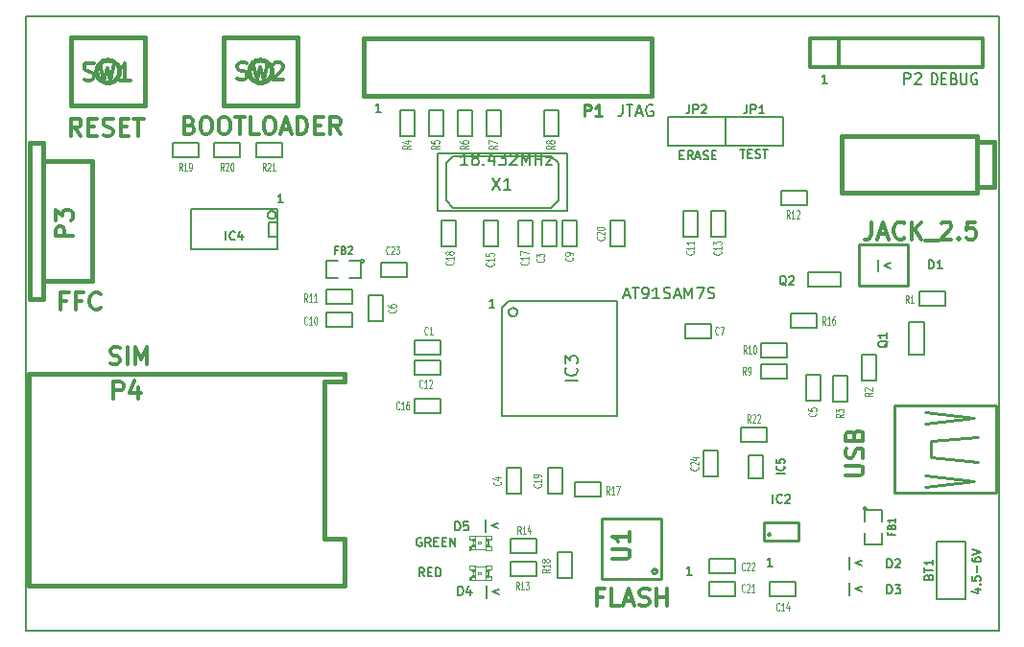
<source format=gto>
G04 (created by PCBNEW-RS274X (2011-06-08)-testing) date Sa 02 Jul 2011 13:34:50 CEST*
G01*
G70*
G90*
%MOIN*%
G04 Gerber Fmt 3.4, Leading zero omitted, Abs format*
%FSLAX34Y34*%
G04 APERTURE LIST*
%ADD10C,0.006000*%
%ADD11C,0.005900*%
%ADD12C,0.007500*%
%ADD13C,0.008000*%
%ADD14C,0.015000*%
%ADD15C,0.005000*%
%ADD16C,0.012000*%
%ADD17C,0.010000*%
%ADD18C,0.006500*%
%ADD19C,0.002600*%
%ADD20C,0.004000*%
%ADD21C,0.002000*%
%ADD22C,0.004500*%
G04 APERTURE END LIST*
G54D10*
G54D11*
X44065Y-43821D02*
X44065Y-43393D01*
X44508Y-43521D02*
X44279Y-43607D01*
X44508Y-43693D01*
X43065Y-55071D02*
X43065Y-54643D01*
X43508Y-54771D02*
X43279Y-54857D01*
X43508Y-54943D01*
X43065Y-54171D02*
X43065Y-53743D01*
X43508Y-53871D02*
X43279Y-53957D01*
X43508Y-54043D01*
X40386Y-54071D02*
X40215Y-54071D01*
X40300Y-54071D02*
X40300Y-53772D01*
X40272Y-53814D01*
X40243Y-53843D01*
X40215Y-53857D01*
X30465Y-55170D02*
X30465Y-54743D01*
X30907Y-54871D02*
X30679Y-54957D01*
X30907Y-55042D01*
X30415Y-52870D02*
X30415Y-52443D01*
X30857Y-52571D02*
X30629Y-52657D01*
X30857Y-52742D01*
X37586Y-54371D02*
X37414Y-54371D01*
X37500Y-54371D02*
X37500Y-54071D01*
X37471Y-54114D01*
X37443Y-54143D01*
X37414Y-54157D01*
G54D12*
X23386Y-41421D02*
X23214Y-41421D01*
X23300Y-41421D02*
X23300Y-41121D01*
X23271Y-41164D01*
X23243Y-41193D01*
X23214Y-41207D01*
X30736Y-45071D02*
X30564Y-45071D01*
X30650Y-45071D02*
X30650Y-44771D01*
X30621Y-44814D01*
X30593Y-44843D01*
X30564Y-44857D01*
X42286Y-37271D02*
X42114Y-37271D01*
X42200Y-37271D02*
X42200Y-36971D01*
X42171Y-37014D01*
X42143Y-37043D01*
X42114Y-37057D01*
G54D11*
X26786Y-38271D02*
X26614Y-38271D01*
X26700Y-38271D02*
X26700Y-37971D01*
X26671Y-38014D01*
X26643Y-38043D01*
X26614Y-38057D01*
G54D13*
X14450Y-56300D02*
X14450Y-34950D01*
X48250Y-56300D02*
X14450Y-56300D01*
X48250Y-34950D02*
X48250Y-56300D01*
X15250Y-34950D02*
X48250Y-34950D01*
X14450Y-34950D02*
X15250Y-34950D01*
G54D14*
X15057Y-39963D02*
X16750Y-39963D01*
X16750Y-39963D02*
X16750Y-44137D01*
X16750Y-44137D02*
X15057Y-44137D01*
X14585Y-39333D02*
X15057Y-39333D01*
X14585Y-44767D02*
X15057Y-44767D01*
X14585Y-39333D02*
X14585Y-44767D01*
X15057Y-44767D02*
X15057Y-39333D01*
X47512Y-40887D02*
X48103Y-40887D01*
X48103Y-40887D02*
X48103Y-39313D01*
X48103Y-39313D02*
X47512Y-39313D01*
X47512Y-41084D02*
X42788Y-41084D01*
X42788Y-41084D02*
X42788Y-39116D01*
X42788Y-39116D02*
X47512Y-39116D01*
X47512Y-39116D02*
X47512Y-41084D01*
X36200Y-37700D02*
X26200Y-37700D01*
X36200Y-35700D02*
X26200Y-35700D01*
X26200Y-35700D02*
X26200Y-37700D01*
X36202Y-37700D02*
X36202Y-35700D01*
G54D10*
X36750Y-39450D02*
X36750Y-38450D01*
X36750Y-38450D02*
X38750Y-38450D01*
X38750Y-38450D02*
X38750Y-39450D01*
X38750Y-39450D02*
X36750Y-39450D01*
X38750Y-39450D02*
X38750Y-38450D01*
X38750Y-38450D02*
X40750Y-38450D01*
X40750Y-38450D02*
X40750Y-39450D01*
X40750Y-39450D02*
X38750Y-39450D01*
X46100Y-53200D02*
X47100Y-53200D01*
X47100Y-53200D02*
X47100Y-55200D01*
X47100Y-55200D02*
X46100Y-55200D01*
X46100Y-55200D02*
X46100Y-53200D01*
G54D13*
X32950Y-41350D02*
X32950Y-40050D01*
X32950Y-40050D02*
X32700Y-39800D01*
X32700Y-39800D02*
X29300Y-39800D01*
X29300Y-39800D02*
X29050Y-40050D01*
X29050Y-40050D02*
X29050Y-41350D01*
X29050Y-41350D02*
X29300Y-41600D01*
X29300Y-41600D02*
X32700Y-41600D01*
X32700Y-41600D02*
X32950Y-41350D01*
X28750Y-41700D02*
X28750Y-39700D01*
X28750Y-39700D02*
X33250Y-39700D01*
X33250Y-39700D02*
X33250Y-41700D01*
X33250Y-41700D02*
X28750Y-41700D01*
G54D15*
X33428Y-53586D02*
X33428Y-54486D01*
X33428Y-54486D02*
X32928Y-54486D01*
X32928Y-54486D02*
X32928Y-53586D01*
X32928Y-53586D02*
X33428Y-53586D01*
X33537Y-51150D02*
X34437Y-51150D01*
X34437Y-51150D02*
X34437Y-51650D01*
X34437Y-51650D02*
X33537Y-51650D01*
X33537Y-51650D02*
X33537Y-51150D01*
X41945Y-45787D02*
X41045Y-45787D01*
X41045Y-45787D02*
X41045Y-45287D01*
X41045Y-45287D02*
X41945Y-45287D01*
X41945Y-45287D02*
X41945Y-45787D01*
X32200Y-53600D02*
X31300Y-53600D01*
X31300Y-53600D02*
X31300Y-53100D01*
X31300Y-53100D02*
X32200Y-53100D01*
X32200Y-53100D02*
X32200Y-53600D01*
X32200Y-54400D02*
X31300Y-54400D01*
X31300Y-54400D02*
X31300Y-53900D01*
X31300Y-53900D02*
X32200Y-53900D01*
X32200Y-53900D02*
X32200Y-54400D01*
X40692Y-41017D02*
X41592Y-41017D01*
X41592Y-41017D02*
X41592Y-41517D01*
X41592Y-41517D02*
X40692Y-41517D01*
X40692Y-41517D02*
X40692Y-41017D01*
X24900Y-44450D02*
X25800Y-44450D01*
X25800Y-44450D02*
X25800Y-44950D01*
X25800Y-44950D02*
X24900Y-44950D01*
X24900Y-44950D02*
X24900Y-44450D01*
X40000Y-46300D02*
X40900Y-46300D01*
X40900Y-46300D02*
X40900Y-46800D01*
X40900Y-46800D02*
X40000Y-46800D01*
X40000Y-46800D02*
X40000Y-46300D01*
X40000Y-47050D02*
X40900Y-47050D01*
X40900Y-47050D02*
X40900Y-47550D01*
X40900Y-47550D02*
X40000Y-47550D01*
X40000Y-47550D02*
X40000Y-47050D01*
X32950Y-38200D02*
X32950Y-39100D01*
X32950Y-39100D02*
X32450Y-39100D01*
X32450Y-39100D02*
X32450Y-38200D01*
X32450Y-38200D02*
X32950Y-38200D01*
X30950Y-38200D02*
X30950Y-39100D01*
X30950Y-39100D02*
X30450Y-39100D01*
X30450Y-39100D02*
X30450Y-38200D01*
X30450Y-38200D02*
X30950Y-38200D01*
X29950Y-38200D02*
X29950Y-39100D01*
X29950Y-39100D02*
X29450Y-39100D01*
X29450Y-39100D02*
X29450Y-38200D01*
X29450Y-38200D02*
X29950Y-38200D01*
X28950Y-38200D02*
X28950Y-39100D01*
X28950Y-39100D02*
X28450Y-39100D01*
X28450Y-39100D02*
X28450Y-38200D01*
X28450Y-38200D02*
X28950Y-38200D01*
X27950Y-38200D02*
X27950Y-39100D01*
X27950Y-39100D02*
X27450Y-39100D01*
X27450Y-39100D02*
X27450Y-38200D01*
X27450Y-38200D02*
X27950Y-38200D01*
X42500Y-48350D02*
X42500Y-47450D01*
X42500Y-47450D02*
X43000Y-47450D01*
X43000Y-47450D02*
X43000Y-48350D01*
X43000Y-48350D02*
X42500Y-48350D01*
X43500Y-47600D02*
X43500Y-46700D01*
X43500Y-46700D02*
X44000Y-46700D01*
X44000Y-46700D02*
X44000Y-47600D01*
X44000Y-47600D02*
X43500Y-47600D01*
X46400Y-45000D02*
X45500Y-45000D01*
X45500Y-45000D02*
X45500Y-44500D01*
X45500Y-44500D02*
X46400Y-44500D01*
X46400Y-44500D02*
X46400Y-45000D01*
X27701Y-44013D02*
X26801Y-44013D01*
X26801Y-44013D02*
X26801Y-43513D01*
X26801Y-43513D02*
X27701Y-43513D01*
X27701Y-43513D02*
X27701Y-44013D01*
X38200Y-53800D02*
X39100Y-53800D01*
X39100Y-53800D02*
X39100Y-54300D01*
X39100Y-54300D02*
X38200Y-54300D01*
X38200Y-54300D02*
X38200Y-53800D01*
X38198Y-54607D02*
X39098Y-54607D01*
X39098Y-54607D02*
X39098Y-55107D01*
X39098Y-55107D02*
X38198Y-55107D01*
X38198Y-55107D02*
X38198Y-54607D01*
X34765Y-42935D02*
X34765Y-42035D01*
X34765Y-42035D02*
X35265Y-42035D01*
X35265Y-42035D02*
X35265Y-42935D01*
X35265Y-42935D02*
X34765Y-42935D01*
X33100Y-50650D02*
X33100Y-51550D01*
X33100Y-51550D02*
X32600Y-51550D01*
X32600Y-51550D02*
X32600Y-50650D01*
X32600Y-50650D02*
X33100Y-50650D01*
X29400Y-42050D02*
X29400Y-42950D01*
X29400Y-42950D02*
X28900Y-42950D01*
X28900Y-42950D02*
X28900Y-42050D01*
X28900Y-42050D02*
X29400Y-42050D01*
X31550Y-42950D02*
X31550Y-42050D01*
X31550Y-42050D02*
X32050Y-42050D01*
X32050Y-42050D02*
X32050Y-42950D01*
X32050Y-42950D02*
X31550Y-42950D01*
X28850Y-48750D02*
X27950Y-48750D01*
X27950Y-48750D02*
X27950Y-48250D01*
X27950Y-48250D02*
X28850Y-48250D01*
X28850Y-48250D02*
X28850Y-48750D01*
X30350Y-42950D02*
X30350Y-42050D01*
X30350Y-42050D02*
X30850Y-42050D01*
X30850Y-42050D02*
X30850Y-42950D01*
X30850Y-42950D02*
X30350Y-42950D01*
X41200Y-55100D02*
X40300Y-55100D01*
X40300Y-55100D02*
X40300Y-54600D01*
X40300Y-54600D02*
X41200Y-54600D01*
X41200Y-54600D02*
X41200Y-55100D01*
X38250Y-42600D02*
X38250Y-41700D01*
X38250Y-41700D02*
X38750Y-41700D01*
X38750Y-41700D02*
X38750Y-42600D01*
X38750Y-42600D02*
X38250Y-42600D01*
X28850Y-47400D02*
X27950Y-47400D01*
X27950Y-47400D02*
X27950Y-46900D01*
X27950Y-46900D02*
X28850Y-46900D01*
X28850Y-46900D02*
X28850Y-47400D01*
X37300Y-42600D02*
X37300Y-41700D01*
X37300Y-41700D02*
X37800Y-41700D01*
X37800Y-41700D02*
X37800Y-42600D01*
X37800Y-42600D02*
X37300Y-42600D01*
X25800Y-45750D02*
X24900Y-45750D01*
X24900Y-45750D02*
X24900Y-45250D01*
X24900Y-45250D02*
X25800Y-45250D01*
X25800Y-45250D02*
X25800Y-45750D01*
X33100Y-42950D02*
X33100Y-42050D01*
X33100Y-42050D02*
X33600Y-42050D01*
X33600Y-42050D02*
X33600Y-42950D01*
X33600Y-42950D02*
X33100Y-42950D01*
X37350Y-45650D02*
X38250Y-45650D01*
X38250Y-45650D02*
X38250Y-46150D01*
X38250Y-46150D02*
X37350Y-46150D01*
X37350Y-46150D02*
X37350Y-45650D01*
X26350Y-45550D02*
X26350Y-44650D01*
X26350Y-44650D02*
X26850Y-44650D01*
X26850Y-44650D02*
X26850Y-45550D01*
X26850Y-45550D02*
X26350Y-45550D01*
X41550Y-48300D02*
X41550Y-47400D01*
X41550Y-47400D02*
X42050Y-47400D01*
X42050Y-47400D02*
X42050Y-48300D01*
X42050Y-48300D02*
X41550Y-48300D01*
X31670Y-50659D02*
X31670Y-51559D01*
X31670Y-51559D02*
X31170Y-51559D01*
X31170Y-51559D02*
X31170Y-50659D01*
X31170Y-50659D02*
X31670Y-50659D01*
X32397Y-42954D02*
X32397Y-42054D01*
X32397Y-42054D02*
X32897Y-42054D01*
X32897Y-42054D02*
X32897Y-42954D01*
X32897Y-42954D02*
X32397Y-42954D01*
X28850Y-46700D02*
X27950Y-46700D01*
X27950Y-46700D02*
X27950Y-46200D01*
X27950Y-46200D02*
X28850Y-46200D01*
X28850Y-46200D02*
X28850Y-46700D01*
X26195Y-43453D02*
X26194Y-43462D01*
X26191Y-43472D01*
X26186Y-43480D01*
X26180Y-43488D01*
X26172Y-43494D01*
X26164Y-43499D01*
X26155Y-43501D01*
X26145Y-43502D01*
X26136Y-43502D01*
X26127Y-43499D01*
X26118Y-43494D01*
X26111Y-43488D01*
X26104Y-43481D01*
X26100Y-43472D01*
X26097Y-43463D01*
X26096Y-43453D01*
X26096Y-43444D01*
X26099Y-43435D01*
X26103Y-43426D01*
X26110Y-43419D01*
X26117Y-43412D01*
X26125Y-43408D01*
X26135Y-43405D01*
X26144Y-43404D01*
X26153Y-43404D01*
X26163Y-43407D01*
X26171Y-43411D01*
X26179Y-43417D01*
X26185Y-43425D01*
X26190Y-43433D01*
X26193Y-43442D01*
X26194Y-43452D01*
X26195Y-43453D01*
X25695Y-43453D02*
X26095Y-43453D01*
X26095Y-43453D02*
X26095Y-44053D01*
X26095Y-44053D02*
X25695Y-44053D01*
X25295Y-44053D02*
X24895Y-44053D01*
X24895Y-44053D02*
X24895Y-43453D01*
X24895Y-43453D02*
X25295Y-43453D01*
X43650Y-52050D02*
X43649Y-52059D01*
X43646Y-52069D01*
X43641Y-52077D01*
X43635Y-52085D01*
X43627Y-52091D01*
X43619Y-52096D01*
X43610Y-52098D01*
X43600Y-52099D01*
X43591Y-52099D01*
X43582Y-52096D01*
X43573Y-52091D01*
X43566Y-52085D01*
X43559Y-52078D01*
X43555Y-52069D01*
X43552Y-52060D01*
X43551Y-52050D01*
X43551Y-52041D01*
X43554Y-52032D01*
X43558Y-52023D01*
X43565Y-52016D01*
X43572Y-52009D01*
X43580Y-52005D01*
X43590Y-52002D01*
X43599Y-52001D01*
X43608Y-52001D01*
X43618Y-52004D01*
X43626Y-52008D01*
X43634Y-52014D01*
X43640Y-52022D01*
X43645Y-52030D01*
X43648Y-52039D01*
X43649Y-52049D01*
X43650Y-52050D01*
X43600Y-52500D02*
X43600Y-52100D01*
X43600Y-52100D02*
X44200Y-52100D01*
X44200Y-52100D02*
X44200Y-52500D01*
X44200Y-52900D02*
X44200Y-53300D01*
X44200Y-53300D02*
X43600Y-53300D01*
X43600Y-53300D02*
X43600Y-52900D01*
G54D13*
X31532Y-45232D02*
X31529Y-45261D01*
X31520Y-45289D01*
X31506Y-45315D01*
X31488Y-45337D01*
X31465Y-45356D01*
X31440Y-45370D01*
X31412Y-45378D01*
X31383Y-45381D01*
X31354Y-45379D01*
X31326Y-45371D01*
X31300Y-45357D01*
X31278Y-45339D01*
X31259Y-45316D01*
X31245Y-45291D01*
X31236Y-45263D01*
X31233Y-45234D01*
X31235Y-45205D01*
X31243Y-45177D01*
X31256Y-45151D01*
X31275Y-45128D01*
X31297Y-45109D01*
X31322Y-45095D01*
X31350Y-45086D01*
X31379Y-45083D01*
X31408Y-45085D01*
X31436Y-45093D01*
X31462Y-45106D01*
X31485Y-45124D01*
X31504Y-45146D01*
X31519Y-45171D01*
X31528Y-45199D01*
X31531Y-45228D01*
X31532Y-45232D01*
X34982Y-48832D02*
X34982Y-44832D01*
X34982Y-44832D02*
X31232Y-44832D01*
X31232Y-44832D02*
X30982Y-45082D01*
X30982Y-45082D02*
X30982Y-48832D01*
X30982Y-48832D02*
X34982Y-48832D01*
G54D16*
X41700Y-36700D02*
X41700Y-35700D01*
X41700Y-35700D02*
X47700Y-35700D01*
X47700Y-35700D02*
X47700Y-36700D01*
X47700Y-36700D02*
X41700Y-36700D01*
X42700Y-36700D02*
X42700Y-35700D01*
G54D15*
X42771Y-43844D02*
X42771Y-44356D01*
X42771Y-44356D02*
X41629Y-44356D01*
X41629Y-44356D02*
X41629Y-43844D01*
X41629Y-43844D02*
X42771Y-43844D01*
X45144Y-45579D02*
X45656Y-45579D01*
X45656Y-45579D02*
X45656Y-46721D01*
X45656Y-46721D02*
X45144Y-46721D01*
X45144Y-46721D02*
X45144Y-45579D01*
G54D14*
X17694Y-36850D02*
X17686Y-36926D01*
X17664Y-37000D01*
X17628Y-37068D01*
X17579Y-37127D01*
X17520Y-37176D01*
X17452Y-37213D01*
X17379Y-37235D01*
X17302Y-37243D01*
X17227Y-37237D01*
X17153Y-37215D01*
X17085Y-37179D01*
X17025Y-37131D01*
X16975Y-37072D01*
X16938Y-37005D01*
X16915Y-36931D01*
X16907Y-36855D01*
X16913Y-36779D01*
X16934Y-36705D01*
X16969Y-36637D01*
X17017Y-36577D01*
X17076Y-36527D01*
X17143Y-36489D01*
X17216Y-36466D01*
X17292Y-36457D01*
X17368Y-36462D01*
X17442Y-36483D01*
X17511Y-36518D01*
X17571Y-36565D01*
X17621Y-36623D01*
X17659Y-36690D01*
X17684Y-36763D01*
X17693Y-36839D01*
X17694Y-36850D01*
X18580Y-35669D02*
X16020Y-35669D01*
X16020Y-35669D02*
X16020Y-38031D01*
X16020Y-38031D02*
X18580Y-38031D01*
X18580Y-38031D02*
X18580Y-35669D01*
X22994Y-36850D02*
X22986Y-36926D01*
X22964Y-37000D01*
X22928Y-37068D01*
X22879Y-37127D01*
X22820Y-37176D01*
X22752Y-37213D01*
X22679Y-37235D01*
X22602Y-37243D01*
X22527Y-37237D01*
X22453Y-37215D01*
X22385Y-37179D01*
X22325Y-37131D01*
X22275Y-37072D01*
X22238Y-37005D01*
X22215Y-36931D01*
X22207Y-36855D01*
X22213Y-36779D01*
X22234Y-36705D01*
X22269Y-36637D01*
X22317Y-36577D01*
X22376Y-36527D01*
X22443Y-36489D01*
X22516Y-36466D01*
X22592Y-36457D01*
X22668Y-36462D01*
X22742Y-36483D01*
X22811Y-36518D01*
X22871Y-36565D01*
X22921Y-36623D01*
X22959Y-36690D01*
X22984Y-36763D01*
X22993Y-36839D01*
X22994Y-36850D01*
X23880Y-35669D02*
X21320Y-35669D01*
X21320Y-35669D02*
X21320Y-38031D01*
X21320Y-38031D02*
X23880Y-38031D01*
X23880Y-38031D02*
X23880Y-35669D01*
G54D17*
X47540Y-50433D02*
X45886Y-50276D01*
X45886Y-50276D02*
X45886Y-49724D01*
X45886Y-49724D02*
X47540Y-49567D01*
X45689Y-49094D02*
X47382Y-48898D01*
X47382Y-48898D02*
X45689Y-48701D01*
X45689Y-51299D02*
X47382Y-51102D01*
X47382Y-51102D02*
X45689Y-50906D01*
X48170Y-51516D02*
X48170Y-48484D01*
X48170Y-48484D02*
X44626Y-48484D01*
X44626Y-48484D02*
X44626Y-51516D01*
X44626Y-51516D02*
X48170Y-51516D01*
G54D14*
X25541Y-53097D02*
X24824Y-53097D01*
X24824Y-53097D02*
X24824Y-47637D01*
X24824Y-47637D02*
X25541Y-47637D01*
X25541Y-47637D02*
X25541Y-47369D01*
X25541Y-47369D02*
X14576Y-47369D01*
X14576Y-47369D02*
X14576Y-51215D01*
X14576Y-51215D02*
X14576Y-54731D01*
X14576Y-54731D02*
X25541Y-54731D01*
X25541Y-54731D02*
X25541Y-53097D01*
G54D18*
X20200Y-43050D02*
X23200Y-43050D01*
X23200Y-41650D02*
X20200Y-41650D01*
X20200Y-43050D02*
X20200Y-41650D01*
G54D10*
X23200Y-41650D02*
X23200Y-43050D01*
G54D15*
X23141Y-41850D02*
X23138Y-41877D01*
X23130Y-41903D01*
X23117Y-41928D01*
X23100Y-41949D01*
X23078Y-41966D01*
X23054Y-41979D01*
X23028Y-41988D01*
X23000Y-41990D01*
X22974Y-41988D01*
X22948Y-41980D01*
X22923Y-41967D01*
X22902Y-41950D01*
X22884Y-41929D01*
X22871Y-41905D01*
X22863Y-41879D01*
X22860Y-41851D01*
X22862Y-41825D01*
X22869Y-41799D01*
X22882Y-41774D01*
X22899Y-41753D01*
X22920Y-41735D01*
X22944Y-41721D01*
X22970Y-41713D01*
X22998Y-41710D01*
X23024Y-41712D01*
X23050Y-41719D01*
X23075Y-41731D01*
X23097Y-41748D01*
X23115Y-41769D01*
X23128Y-41793D01*
X23137Y-41819D01*
X23140Y-41847D01*
X23141Y-41850D01*
X23200Y-42600D02*
X22900Y-42600D01*
X22900Y-42600D02*
X22900Y-42100D01*
X22900Y-42100D02*
X23200Y-42100D01*
X40200Y-49750D02*
X39300Y-49750D01*
X39300Y-49750D02*
X39300Y-49250D01*
X39300Y-49250D02*
X40200Y-49250D01*
X40200Y-49250D02*
X40200Y-49750D01*
X23350Y-39850D02*
X22450Y-39850D01*
X22450Y-39850D02*
X22450Y-39350D01*
X22450Y-39350D02*
X23350Y-39350D01*
X23350Y-39350D02*
X23350Y-39850D01*
X21000Y-39350D02*
X21900Y-39350D01*
X21900Y-39350D02*
X21900Y-39850D01*
X21900Y-39850D02*
X21000Y-39850D01*
X21000Y-39850D02*
X21000Y-39350D01*
X19550Y-39350D02*
X20450Y-39350D01*
X20450Y-39350D02*
X20450Y-39850D01*
X20450Y-39850D02*
X19550Y-39850D01*
X19550Y-39850D02*
X19550Y-39350D01*
X38500Y-50050D02*
X38500Y-50950D01*
X38500Y-50950D02*
X38000Y-50950D01*
X38000Y-50950D02*
X38000Y-50050D01*
X38000Y-50050D02*
X38500Y-50050D01*
G54D10*
X40050Y-51000D02*
X40050Y-50200D01*
X40050Y-50200D02*
X39550Y-50200D01*
X39550Y-50200D02*
X39550Y-51000D01*
X39550Y-51000D02*
X40050Y-51000D01*
G54D17*
X40294Y-52948D02*
X40293Y-52953D01*
X40291Y-52958D01*
X40289Y-52962D01*
X40286Y-52967D01*
X40282Y-52970D01*
X40277Y-52972D01*
X40272Y-52974D01*
X40267Y-52974D01*
X40262Y-52974D01*
X40257Y-52973D01*
X40253Y-52970D01*
X40249Y-52967D01*
X40245Y-52963D01*
X40243Y-52958D01*
X40241Y-52953D01*
X40241Y-52948D01*
X40241Y-52944D01*
X40242Y-52939D01*
X40245Y-52934D01*
X40248Y-52930D01*
X40252Y-52926D01*
X40257Y-52924D01*
X40262Y-52922D01*
X40267Y-52922D01*
X40271Y-52922D01*
X40276Y-52923D01*
X40281Y-52926D01*
X40285Y-52929D01*
X40289Y-52933D01*
X40291Y-52938D01*
X40293Y-52943D01*
X40293Y-52948D01*
X40294Y-52948D01*
X40109Y-52535D02*
X41291Y-52535D01*
X41291Y-52535D02*
X41291Y-53165D01*
X41291Y-53165D02*
X40109Y-53165D01*
X40109Y-53165D02*
X40109Y-52535D01*
X45096Y-44309D02*
X43404Y-44309D01*
X43404Y-44309D02*
X43404Y-42891D01*
X43404Y-42891D02*
X45096Y-42891D01*
X45096Y-42891D02*
X45096Y-44309D01*
G54D19*
X30054Y-54182D02*
X30054Y-54054D01*
X30054Y-54054D02*
X29857Y-54054D01*
X29857Y-54182D02*
X29857Y-54054D01*
X30054Y-54182D02*
X29857Y-54182D01*
X30054Y-54427D02*
X30054Y-54368D01*
X30054Y-54368D02*
X29955Y-54368D01*
X29955Y-54427D02*
X29955Y-54368D01*
X30054Y-54427D02*
X29955Y-54427D01*
X30054Y-54232D02*
X30054Y-54173D01*
X30054Y-54173D02*
X29955Y-54173D01*
X29955Y-54232D02*
X29955Y-54173D01*
X30054Y-54232D02*
X29955Y-54232D01*
X30054Y-54378D02*
X30054Y-54222D01*
X30054Y-54222D02*
X29985Y-54222D01*
X29985Y-54378D02*
X29985Y-54222D01*
X30054Y-54378D02*
X29985Y-54378D01*
X30643Y-54182D02*
X30643Y-54054D01*
X30643Y-54054D02*
X30446Y-54054D01*
X30446Y-54182D02*
X30446Y-54054D01*
X30643Y-54182D02*
X30446Y-54182D01*
X30643Y-54546D02*
X30643Y-54418D01*
X30643Y-54418D02*
X30446Y-54418D01*
X30446Y-54546D02*
X30446Y-54418D01*
X30643Y-54546D02*
X30446Y-54546D01*
X30545Y-54232D02*
X30545Y-54173D01*
X30545Y-54173D02*
X30446Y-54173D01*
X30446Y-54232D02*
X30446Y-54173D01*
X30545Y-54232D02*
X30446Y-54232D01*
X30545Y-54427D02*
X30545Y-54368D01*
X30545Y-54368D02*
X30446Y-54368D01*
X30446Y-54427D02*
X30446Y-54368D01*
X30545Y-54427D02*
X30446Y-54427D01*
X30515Y-54378D02*
X30515Y-54222D01*
X30515Y-54222D02*
X30446Y-54222D01*
X30446Y-54378D02*
X30446Y-54222D01*
X30515Y-54378D02*
X30446Y-54378D01*
X30250Y-54339D02*
X30250Y-54261D01*
X30250Y-54261D02*
X30172Y-54261D01*
X30172Y-54339D02*
X30172Y-54261D01*
X30250Y-54339D02*
X30172Y-54339D01*
X30054Y-54536D02*
X30054Y-54418D01*
X30054Y-54418D02*
X29936Y-54418D01*
X29936Y-54536D02*
X29936Y-54418D01*
X30054Y-54536D02*
X29936Y-54536D01*
X29886Y-54546D02*
X29886Y-54457D01*
X29886Y-54457D02*
X29857Y-54457D01*
X29857Y-54546D02*
X29857Y-54457D01*
X29886Y-54546D02*
X29857Y-54546D01*
G54D20*
X30044Y-54074D02*
X30456Y-54074D01*
X30446Y-54526D02*
X29886Y-54526D01*
G54D21*
X29944Y-54477D02*
X29943Y-54482D01*
X29941Y-54487D01*
X29939Y-54492D01*
X29935Y-54496D01*
X29931Y-54500D01*
X29926Y-54502D01*
X29921Y-54504D01*
X29916Y-54504D01*
X29911Y-54504D01*
X29906Y-54502D01*
X29901Y-54500D01*
X29897Y-54497D01*
X29893Y-54492D01*
X29891Y-54488D01*
X29889Y-54482D01*
X29889Y-54477D01*
X29889Y-54472D01*
X29890Y-54467D01*
X29893Y-54462D01*
X29896Y-54458D01*
X29901Y-54455D01*
X29905Y-54452D01*
X29910Y-54450D01*
X29916Y-54450D01*
X29920Y-54450D01*
X29926Y-54451D01*
X29931Y-54454D01*
X29935Y-54457D01*
X29938Y-54461D01*
X29941Y-54466D01*
X29943Y-54471D01*
X29943Y-54477D01*
X29944Y-54477D01*
G54D20*
X29857Y-54437D02*
X29868Y-54436D01*
X29880Y-54434D01*
X29892Y-54432D01*
X29903Y-54428D01*
X29914Y-54424D01*
X29925Y-54418D01*
X29935Y-54412D01*
X29945Y-54404D01*
X29953Y-54396D01*
X29961Y-54388D01*
X29969Y-54378D01*
X29975Y-54368D01*
X29981Y-54357D01*
X29985Y-54346D01*
X29989Y-54335D01*
X29991Y-54323D01*
X29993Y-54311D01*
X29994Y-54300D01*
X29993Y-54289D01*
X29991Y-54277D01*
X29989Y-54265D01*
X29985Y-54254D01*
X29981Y-54243D01*
X29975Y-54232D01*
X29969Y-54222D01*
X29961Y-54212D01*
X29953Y-54204D01*
X29945Y-54196D01*
X29935Y-54188D01*
X29925Y-54182D01*
X29914Y-54176D01*
X29903Y-54172D01*
X29892Y-54168D01*
X29880Y-54166D01*
X29868Y-54164D01*
X29857Y-54163D01*
X30643Y-54163D02*
X30632Y-54164D01*
X30620Y-54166D01*
X30608Y-54168D01*
X30597Y-54172D01*
X30586Y-54176D01*
X30575Y-54182D01*
X30565Y-54188D01*
X30555Y-54196D01*
X30547Y-54204D01*
X30539Y-54212D01*
X30531Y-54222D01*
X30525Y-54232D01*
X30519Y-54243D01*
X30515Y-54254D01*
X30511Y-54265D01*
X30509Y-54277D01*
X30507Y-54289D01*
X30506Y-54300D01*
X30507Y-54311D01*
X30509Y-54323D01*
X30511Y-54335D01*
X30515Y-54346D01*
X30519Y-54357D01*
X30525Y-54368D01*
X30531Y-54378D01*
X30539Y-54388D01*
X30547Y-54396D01*
X30555Y-54404D01*
X30565Y-54412D01*
X30575Y-54418D01*
X30586Y-54424D01*
X30597Y-54428D01*
X30608Y-54432D01*
X30620Y-54434D01*
X30632Y-54436D01*
X30643Y-54437D01*
G54D19*
X30054Y-53132D02*
X30054Y-53004D01*
X30054Y-53004D02*
X29857Y-53004D01*
X29857Y-53132D02*
X29857Y-53004D01*
X30054Y-53132D02*
X29857Y-53132D01*
X30054Y-53377D02*
X30054Y-53318D01*
X30054Y-53318D02*
X29955Y-53318D01*
X29955Y-53377D02*
X29955Y-53318D01*
X30054Y-53377D02*
X29955Y-53377D01*
X30054Y-53182D02*
X30054Y-53123D01*
X30054Y-53123D02*
X29955Y-53123D01*
X29955Y-53182D02*
X29955Y-53123D01*
X30054Y-53182D02*
X29955Y-53182D01*
X30054Y-53328D02*
X30054Y-53172D01*
X30054Y-53172D02*
X29985Y-53172D01*
X29985Y-53328D02*
X29985Y-53172D01*
X30054Y-53328D02*
X29985Y-53328D01*
X30643Y-53132D02*
X30643Y-53004D01*
X30643Y-53004D02*
X30446Y-53004D01*
X30446Y-53132D02*
X30446Y-53004D01*
X30643Y-53132D02*
X30446Y-53132D01*
X30643Y-53496D02*
X30643Y-53368D01*
X30643Y-53368D02*
X30446Y-53368D01*
X30446Y-53496D02*
X30446Y-53368D01*
X30643Y-53496D02*
X30446Y-53496D01*
X30545Y-53182D02*
X30545Y-53123D01*
X30545Y-53123D02*
X30446Y-53123D01*
X30446Y-53182D02*
X30446Y-53123D01*
X30545Y-53182D02*
X30446Y-53182D01*
X30545Y-53377D02*
X30545Y-53318D01*
X30545Y-53318D02*
X30446Y-53318D01*
X30446Y-53377D02*
X30446Y-53318D01*
X30545Y-53377D02*
X30446Y-53377D01*
X30515Y-53328D02*
X30515Y-53172D01*
X30515Y-53172D02*
X30446Y-53172D01*
X30446Y-53328D02*
X30446Y-53172D01*
X30515Y-53328D02*
X30446Y-53328D01*
X30250Y-53289D02*
X30250Y-53211D01*
X30250Y-53211D02*
X30172Y-53211D01*
X30172Y-53289D02*
X30172Y-53211D01*
X30250Y-53289D02*
X30172Y-53289D01*
X30054Y-53486D02*
X30054Y-53368D01*
X30054Y-53368D02*
X29936Y-53368D01*
X29936Y-53486D02*
X29936Y-53368D01*
X30054Y-53486D02*
X29936Y-53486D01*
X29886Y-53496D02*
X29886Y-53407D01*
X29886Y-53407D02*
X29857Y-53407D01*
X29857Y-53496D02*
X29857Y-53407D01*
X29886Y-53496D02*
X29857Y-53496D01*
G54D20*
X30044Y-53024D02*
X30456Y-53024D01*
X30446Y-53476D02*
X29886Y-53476D01*
G54D21*
X29944Y-53427D02*
X29943Y-53432D01*
X29941Y-53437D01*
X29939Y-53442D01*
X29935Y-53446D01*
X29931Y-53450D01*
X29926Y-53452D01*
X29921Y-53454D01*
X29916Y-53454D01*
X29911Y-53454D01*
X29906Y-53452D01*
X29901Y-53450D01*
X29897Y-53447D01*
X29893Y-53442D01*
X29891Y-53438D01*
X29889Y-53432D01*
X29889Y-53427D01*
X29889Y-53422D01*
X29890Y-53417D01*
X29893Y-53412D01*
X29896Y-53408D01*
X29901Y-53405D01*
X29905Y-53402D01*
X29910Y-53400D01*
X29916Y-53400D01*
X29920Y-53400D01*
X29926Y-53401D01*
X29931Y-53404D01*
X29935Y-53407D01*
X29938Y-53411D01*
X29941Y-53416D01*
X29943Y-53421D01*
X29943Y-53427D01*
X29944Y-53427D01*
G54D20*
X29857Y-53387D02*
X29868Y-53386D01*
X29880Y-53384D01*
X29892Y-53382D01*
X29903Y-53378D01*
X29914Y-53374D01*
X29925Y-53368D01*
X29935Y-53362D01*
X29945Y-53354D01*
X29953Y-53346D01*
X29961Y-53338D01*
X29969Y-53328D01*
X29975Y-53318D01*
X29981Y-53307D01*
X29985Y-53296D01*
X29989Y-53285D01*
X29991Y-53273D01*
X29993Y-53261D01*
X29994Y-53250D01*
X29993Y-53239D01*
X29991Y-53227D01*
X29989Y-53215D01*
X29985Y-53204D01*
X29981Y-53193D01*
X29975Y-53182D01*
X29969Y-53172D01*
X29961Y-53162D01*
X29953Y-53154D01*
X29945Y-53146D01*
X29935Y-53138D01*
X29925Y-53132D01*
X29914Y-53126D01*
X29903Y-53122D01*
X29892Y-53118D01*
X29880Y-53116D01*
X29868Y-53114D01*
X29857Y-53113D01*
X30643Y-53113D02*
X30632Y-53114D01*
X30620Y-53116D01*
X30608Y-53118D01*
X30597Y-53122D01*
X30586Y-53126D01*
X30575Y-53132D01*
X30565Y-53138D01*
X30555Y-53146D01*
X30547Y-53154D01*
X30539Y-53162D01*
X30531Y-53172D01*
X30525Y-53182D01*
X30519Y-53193D01*
X30515Y-53204D01*
X30511Y-53215D01*
X30509Y-53227D01*
X30507Y-53239D01*
X30506Y-53250D01*
X30507Y-53261D01*
X30509Y-53273D01*
X30511Y-53285D01*
X30515Y-53296D01*
X30519Y-53307D01*
X30525Y-53318D01*
X30531Y-53328D01*
X30539Y-53338D01*
X30547Y-53346D01*
X30555Y-53354D01*
X30565Y-53362D01*
X30575Y-53368D01*
X30586Y-53374D01*
X30597Y-53378D01*
X30608Y-53382D01*
X30620Y-53384D01*
X30632Y-53386D01*
X30643Y-53387D01*
G54D17*
X36366Y-54237D02*
X36364Y-54252D01*
X36360Y-54267D01*
X36352Y-54280D01*
X36343Y-54292D01*
X36331Y-54302D01*
X36317Y-54309D01*
X36302Y-54314D01*
X36287Y-54315D01*
X36273Y-54314D01*
X36258Y-54310D01*
X36244Y-54303D01*
X36232Y-54293D01*
X36222Y-54281D01*
X36215Y-54268D01*
X36210Y-54253D01*
X36209Y-54238D01*
X36210Y-54223D01*
X36214Y-54208D01*
X36221Y-54195D01*
X36231Y-54183D01*
X36242Y-54173D01*
X36256Y-54165D01*
X36271Y-54160D01*
X36286Y-54159D01*
X36300Y-54160D01*
X36315Y-54164D01*
X36329Y-54171D01*
X36341Y-54180D01*
X36351Y-54192D01*
X36359Y-54205D01*
X36364Y-54220D01*
X36365Y-54235D01*
X36366Y-54237D01*
X36543Y-52407D02*
X36543Y-54493D01*
X36543Y-54493D02*
X34457Y-54493D01*
X34457Y-54493D02*
X34457Y-52407D01*
X34457Y-52407D02*
X36543Y-52407D01*
G54D16*
X16093Y-42592D02*
X15493Y-42592D01*
X15493Y-42364D01*
X15521Y-42306D01*
X15550Y-42278D01*
X15607Y-42249D01*
X15693Y-42249D01*
X15750Y-42278D01*
X15779Y-42306D01*
X15807Y-42364D01*
X15807Y-42592D01*
X15493Y-42049D02*
X15493Y-41678D01*
X15721Y-41878D01*
X15721Y-41792D01*
X15750Y-41735D01*
X15779Y-41706D01*
X15836Y-41678D01*
X15979Y-41678D01*
X16036Y-41706D01*
X16064Y-41735D01*
X16093Y-41792D01*
X16093Y-41964D01*
X16064Y-42021D01*
X16036Y-42049D01*
X15879Y-44829D02*
X15679Y-44829D01*
X15679Y-45143D02*
X15679Y-44543D01*
X15965Y-44543D01*
X16393Y-44829D02*
X16193Y-44829D01*
X16193Y-45143D02*
X16193Y-44543D01*
X16479Y-44543D01*
X17050Y-45086D02*
X17021Y-45114D01*
X16935Y-45143D01*
X16878Y-45143D01*
X16793Y-45114D01*
X16735Y-45057D01*
X16707Y-45000D01*
X16678Y-44886D01*
X16678Y-44800D01*
X16707Y-44686D01*
X16735Y-44629D01*
X16793Y-44571D01*
X16878Y-44543D01*
X16935Y-44543D01*
X17021Y-44571D01*
X17050Y-44600D01*
X43836Y-42093D02*
X43836Y-42521D01*
X43808Y-42607D01*
X43751Y-42664D01*
X43665Y-42693D01*
X43608Y-42693D01*
X44093Y-42521D02*
X44379Y-42521D01*
X44036Y-42693D02*
X44236Y-42093D01*
X44436Y-42693D01*
X44979Y-42636D02*
X44950Y-42664D01*
X44864Y-42693D01*
X44807Y-42693D01*
X44722Y-42664D01*
X44664Y-42607D01*
X44636Y-42550D01*
X44607Y-42436D01*
X44607Y-42350D01*
X44636Y-42236D01*
X44664Y-42179D01*
X44722Y-42121D01*
X44807Y-42093D01*
X44864Y-42093D01*
X44950Y-42121D01*
X44979Y-42150D01*
X45236Y-42693D02*
X45236Y-42093D01*
X45579Y-42693D02*
X45322Y-42350D01*
X45579Y-42093D02*
X45236Y-42436D01*
X45693Y-42750D02*
X46150Y-42750D01*
X46264Y-42150D02*
X46293Y-42121D01*
X46350Y-42093D01*
X46493Y-42093D01*
X46550Y-42121D01*
X46579Y-42150D01*
X46607Y-42207D01*
X46607Y-42264D01*
X46579Y-42350D01*
X46236Y-42693D01*
X46607Y-42693D01*
X46864Y-42636D02*
X46892Y-42664D01*
X46864Y-42693D01*
X46835Y-42664D01*
X46864Y-42636D01*
X46864Y-42693D01*
X47436Y-42093D02*
X47150Y-42093D01*
X47121Y-42379D01*
X47150Y-42350D01*
X47207Y-42321D01*
X47350Y-42321D01*
X47407Y-42350D01*
X47436Y-42379D01*
X47464Y-42436D01*
X47464Y-42579D01*
X47436Y-42636D01*
X47407Y-42664D01*
X47350Y-42693D01*
X47207Y-42693D01*
X47150Y-42664D01*
X47121Y-42636D01*
G54D17*
X33855Y-38412D02*
X33855Y-38012D01*
X34008Y-38012D01*
X34046Y-38031D01*
X34065Y-38050D01*
X34084Y-38088D01*
X34084Y-38145D01*
X34065Y-38183D01*
X34046Y-38202D01*
X34008Y-38221D01*
X33855Y-38221D01*
X34465Y-38412D02*
X34236Y-38412D01*
X34350Y-38412D02*
X34350Y-38012D01*
X34312Y-38069D01*
X34274Y-38107D01*
X34236Y-38126D01*
G54D13*
X35184Y-38012D02*
X35184Y-38298D01*
X35164Y-38355D01*
X35126Y-38393D01*
X35069Y-38412D01*
X35031Y-38412D01*
X35317Y-38012D02*
X35546Y-38012D01*
X35431Y-38412D02*
X35431Y-38012D01*
X35660Y-38298D02*
X35851Y-38298D01*
X35622Y-38412D02*
X35755Y-38012D01*
X35889Y-38412D01*
X36232Y-38031D02*
X36194Y-38012D01*
X36137Y-38012D01*
X36079Y-38031D01*
X36041Y-38069D01*
X36022Y-38107D01*
X36003Y-38183D01*
X36003Y-38240D01*
X36022Y-38317D01*
X36041Y-38355D01*
X36079Y-38393D01*
X36137Y-38412D01*
X36175Y-38412D01*
X36232Y-38393D01*
X36251Y-38374D01*
X36251Y-38240D01*
X36175Y-38240D01*
G54D10*
X37500Y-38021D02*
X37500Y-38236D01*
X37486Y-38279D01*
X37457Y-38307D01*
X37414Y-38321D01*
X37386Y-38321D01*
X37643Y-38321D02*
X37643Y-38021D01*
X37758Y-38021D01*
X37786Y-38036D01*
X37801Y-38050D01*
X37815Y-38079D01*
X37815Y-38121D01*
X37801Y-38150D01*
X37786Y-38164D01*
X37758Y-38179D01*
X37643Y-38179D01*
X37929Y-38050D02*
X37943Y-38036D01*
X37972Y-38021D01*
X38043Y-38021D01*
X38072Y-38036D01*
X38086Y-38050D01*
X38101Y-38079D01*
X38101Y-38107D01*
X38086Y-38150D01*
X37915Y-38321D01*
X38101Y-38321D01*
X37179Y-39764D02*
X37279Y-39764D01*
X37322Y-39921D02*
X37179Y-39921D01*
X37179Y-39621D01*
X37322Y-39621D01*
X37622Y-39921D02*
X37522Y-39779D01*
X37450Y-39921D02*
X37450Y-39621D01*
X37565Y-39621D01*
X37593Y-39636D01*
X37608Y-39650D01*
X37622Y-39679D01*
X37622Y-39721D01*
X37608Y-39750D01*
X37593Y-39764D01*
X37565Y-39779D01*
X37450Y-39779D01*
X37736Y-39836D02*
X37879Y-39836D01*
X37708Y-39921D02*
X37808Y-39621D01*
X37908Y-39921D01*
X37993Y-39907D02*
X38036Y-39921D01*
X38107Y-39921D01*
X38136Y-39907D01*
X38150Y-39893D01*
X38165Y-39864D01*
X38165Y-39836D01*
X38150Y-39807D01*
X38136Y-39793D01*
X38107Y-39779D01*
X38050Y-39764D01*
X38022Y-39750D01*
X38007Y-39736D01*
X37993Y-39707D01*
X37993Y-39679D01*
X38007Y-39650D01*
X38022Y-39636D01*
X38050Y-39621D01*
X38122Y-39621D01*
X38165Y-39636D01*
X38293Y-39764D02*
X38393Y-39764D01*
X38436Y-39921D02*
X38293Y-39921D01*
X38293Y-39621D01*
X38436Y-39621D01*
X39500Y-38021D02*
X39500Y-38236D01*
X39486Y-38279D01*
X39457Y-38307D01*
X39414Y-38321D01*
X39386Y-38321D01*
X39643Y-38321D02*
X39643Y-38021D01*
X39758Y-38021D01*
X39786Y-38036D01*
X39801Y-38050D01*
X39815Y-38079D01*
X39815Y-38121D01*
X39801Y-38150D01*
X39786Y-38164D01*
X39758Y-38179D01*
X39643Y-38179D01*
X40101Y-38321D02*
X39929Y-38321D01*
X40015Y-38321D02*
X40015Y-38021D01*
X39986Y-38064D01*
X39958Y-38093D01*
X39929Y-38107D01*
X39272Y-39571D02*
X39443Y-39571D01*
X39357Y-39871D02*
X39357Y-39571D01*
X39543Y-39714D02*
X39643Y-39714D01*
X39686Y-39871D02*
X39543Y-39871D01*
X39543Y-39571D01*
X39686Y-39571D01*
X39800Y-39857D02*
X39843Y-39871D01*
X39914Y-39871D01*
X39943Y-39857D01*
X39957Y-39843D01*
X39972Y-39814D01*
X39972Y-39786D01*
X39957Y-39757D01*
X39943Y-39743D01*
X39914Y-39729D01*
X39857Y-39714D01*
X39829Y-39700D01*
X39814Y-39686D01*
X39800Y-39657D01*
X39800Y-39629D01*
X39814Y-39600D01*
X39829Y-39586D01*
X39857Y-39571D01*
X39929Y-39571D01*
X39972Y-39586D01*
X40058Y-39571D02*
X40229Y-39571D01*
X40143Y-39871D02*
X40143Y-39571D01*
X45814Y-54436D02*
X45829Y-54393D01*
X45843Y-54378D01*
X45871Y-54364D01*
X45914Y-54364D01*
X45943Y-54378D01*
X45957Y-54393D01*
X45971Y-54421D01*
X45971Y-54536D01*
X45671Y-54536D01*
X45671Y-54436D01*
X45686Y-54407D01*
X45700Y-54393D01*
X45729Y-54378D01*
X45757Y-54378D01*
X45786Y-54393D01*
X45800Y-54407D01*
X45814Y-54436D01*
X45814Y-54536D01*
X45671Y-54278D02*
X45671Y-54107D01*
X45971Y-54193D02*
X45671Y-54193D01*
X45971Y-53849D02*
X45971Y-54021D01*
X45971Y-53935D02*
X45671Y-53935D01*
X45714Y-53964D01*
X45743Y-53992D01*
X45757Y-54021D01*
X47421Y-54864D02*
X47621Y-54864D01*
X47307Y-54935D02*
X47521Y-55007D01*
X47521Y-54821D01*
X47593Y-54707D02*
X47607Y-54692D01*
X47621Y-54707D01*
X47607Y-54721D01*
X47593Y-54707D01*
X47621Y-54707D01*
X47321Y-54421D02*
X47321Y-54564D01*
X47464Y-54578D01*
X47450Y-54564D01*
X47436Y-54535D01*
X47436Y-54464D01*
X47450Y-54435D01*
X47464Y-54421D01*
X47493Y-54406D01*
X47564Y-54406D01*
X47593Y-54421D01*
X47607Y-54435D01*
X47621Y-54464D01*
X47621Y-54535D01*
X47607Y-54564D01*
X47593Y-54578D01*
X47507Y-54278D02*
X47507Y-54049D01*
X47321Y-53778D02*
X47321Y-53835D01*
X47336Y-53864D01*
X47350Y-53878D01*
X47393Y-53907D01*
X47450Y-53921D01*
X47564Y-53921D01*
X47593Y-53907D01*
X47607Y-53892D01*
X47621Y-53864D01*
X47621Y-53807D01*
X47607Y-53778D01*
X47593Y-53764D01*
X47564Y-53749D01*
X47493Y-53749D01*
X47464Y-53764D01*
X47450Y-53778D01*
X47436Y-53807D01*
X47436Y-53864D01*
X47450Y-53892D01*
X47464Y-53907D01*
X47493Y-53921D01*
X47321Y-53663D02*
X47621Y-53563D01*
X47321Y-53463D01*
G54D13*
X30676Y-40562D02*
X30943Y-40962D01*
X30943Y-40562D02*
X30676Y-40962D01*
X31305Y-40962D02*
X31076Y-40962D01*
X31190Y-40962D02*
X31190Y-40562D01*
X31152Y-40619D01*
X31114Y-40657D01*
X31076Y-40676D01*
X29808Y-40112D02*
X29579Y-40112D01*
X29693Y-40112D02*
X29693Y-39712D01*
X29655Y-39769D01*
X29617Y-39807D01*
X29579Y-39826D01*
X30036Y-39883D02*
X29998Y-39864D01*
X29979Y-39845D01*
X29960Y-39807D01*
X29960Y-39788D01*
X29979Y-39750D01*
X29998Y-39731D01*
X30036Y-39712D01*
X30113Y-39712D01*
X30151Y-39731D01*
X30170Y-39750D01*
X30189Y-39788D01*
X30189Y-39807D01*
X30170Y-39845D01*
X30151Y-39864D01*
X30113Y-39883D01*
X30036Y-39883D01*
X29998Y-39902D01*
X29979Y-39921D01*
X29960Y-39960D01*
X29960Y-40036D01*
X29979Y-40074D01*
X29998Y-40093D01*
X30036Y-40112D01*
X30113Y-40112D01*
X30151Y-40093D01*
X30170Y-40074D01*
X30189Y-40036D01*
X30189Y-39960D01*
X30170Y-39921D01*
X30151Y-39902D01*
X30113Y-39883D01*
X30360Y-40074D02*
X30379Y-40093D01*
X30360Y-40112D01*
X30341Y-40093D01*
X30360Y-40074D01*
X30360Y-40112D01*
X30722Y-39845D02*
X30722Y-40112D01*
X30626Y-39693D02*
X30531Y-39979D01*
X30779Y-39979D01*
X30893Y-39712D02*
X31141Y-39712D01*
X31007Y-39864D01*
X31065Y-39864D01*
X31103Y-39883D01*
X31122Y-39902D01*
X31141Y-39940D01*
X31141Y-40036D01*
X31122Y-40074D01*
X31103Y-40093D01*
X31065Y-40112D01*
X30950Y-40112D01*
X30912Y-40093D01*
X30893Y-40074D01*
X31293Y-39750D02*
X31312Y-39731D01*
X31350Y-39712D01*
X31446Y-39712D01*
X31484Y-39731D01*
X31503Y-39750D01*
X31522Y-39788D01*
X31522Y-39826D01*
X31503Y-39883D01*
X31274Y-40112D01*
X31522Y-40112D01*
X31693Y-40112D02*
X31693Y-39712D01*
X31827Y-39998D01*
X31960Y-39712D01*
X31960Y-40112D01*
X32150Y-40112D02*
X32150Y-39712D01*
X32150Y-39902D02*
X32379Y-39902D01*
X32379Y-40112D02*
X32379Y-39712D01*
X32531Y-39845D02*
X32741Y-39845D01*
X32531Y-40112D01*
X32741Y-40112D01*
G54D22*
X32663Y-54165D02*
X32530Y-54225D01*
X32663Y-54268D02*
X32383Y-54268D01*
X32383Y-54200D01*
X32397Y-54182D01*
X32410Y-54174D01*
X32437Y-54165D01*
X32477Y-54165D01*
X32503Y-54174D01*
X32517Y-54182D01*
X32530Y-54200D01*
X32530Y-54268D01*
X32663Y-53994D02*
X32663Y-54097D01*
X32663Y-54045D02*
X32383Y-54045D01*
X32423Y-54062D01*
X32450Y-54080D01*
X32463Y-54097D01*
X32503Y-53891D02*
X32490Y-53909D01*
X32477Y-53917D01*
X32450Y-53926D01*
X32437Y-53926D01*
X32410Y-53917D01*
X32397Y-53909D01*
X32383Y-53891D01*
X32383Y-53857D01*
X32397Y-53840D01*
X32410Y-53831D01*
X32437Y-53823D01*
X32450Y-53823D01*
X32477Y-53831D01*
X32490Y-53840D01*
X32503Y-53857D01*
X32503Y-53891D01*
X32517Y-53909D01*
X32530Y-53917D01*
X32557Y-53926D01*
X32610Y-53926D01*
X32637Y-53917D01*
X32650Y-53909D01*
X32663Y-53891D01*
X32663Y-53857D01*
X32650Y-53840D01*
X32637Y-53831D01*
X32610Y-53823D01*
X32557Y-53823D01*
X32530Y-53831D01*
X32517Y-53840D01*
X32503Y-53857D01*
X34735Y-51563D02*
X34675Y-51430D01*
X34632Y-51563D02*
X34632Y-51283D01*
X34700Y-51283D01*
X34718Y-51297D01*
X34726Y-51310D01*
X34735Y-51337D01*
X34735Y-51377D01*
X34726Y-51403D01*
X34718Y-51417D01*
X34700Y-51430D01*
X34632Y-51430D01*
X34906Y-51563D02*
X34803Y-51563D01*
X34855Y-51563D02*
X34855Y-51283D01*
X34838Y-51323D01*
X34820Y-51350D01*
X34803Y-51363D01*
X34966Y-51283D02*
X35086Y-51283D01*
X35009Y-51563D01*
X42235Y-45663D02*
X42175Y-45530D01*
X42132Y-45663D02*
X42132Y-45383D01*
X42200Y-45383D01*
X42218Y-45397D01*
X42226Y-45410D01*
X42235Y-45437D01*
X42235Y-45477D01*
X42226Y-45503D01*
X42218Y-45517D01*
X42200Y-45530D01*
X42132Y-45530D01*
X42406Y-45663D02*
X42303Y-45663D01*
X42355Y-45663D02*
X42355Y-45383D01*
X42338Y-45423D01*
X42320Y-45450D01*
X42303Y-45463D01*
X42560Y-45383D02*
X42526Y-45383D01*
X42509Y-45397D01*
X42500Y-45410D01*
X42483Y-45450D01*
X42474Y-45503D01*
X42474Y-45610D01*
X42483Y-45637D01*
X42491Y-45650D01*
X42509Y-45663D01*
X42543Y-45663D01*
X42560Y-45650D01*
X42569Y-45637D01*
X42577Y-45610D01*
X42577Y-45543D01*
X42569Y-45517D01*
X42560Y-45503D01*
X42543Y-45490D01*
X42509Y-45490D01*
X42491Y-45503D01*
X42483Y-45517D01*
X42474Y-45543D01*
X31649Y-52950D02*
X31589Y-52817D01*
X31546Y-52950D02*
X31546Y-52670D01*
X31614Y-52670D01*
X31632Y-52684D01*
X31640Y-52697D01*
X31649Y-52724D01*
X31649Y-52764D01*
X31640Y-52790D01*
X31632Y-52804D01*
X31614Y-52817D01*
X31546Y-52817D01*
X31820Y-52950D02*
X31717Y-52950D01*
X31769Y-52950D02*
X31769Y-52670D01*
X31752Y-52710D01*
X31734Y-52737D01*
X31717Y-52750D01*
X31974Y-52764D02*
X31974Y-52950D01*
X31931Y-52657D02*
X31888Y-52857D01*
X32000Y-52857D01*
X31585Y-54882D02*
X31525Y-54749D01*
X31482Y-54882D02*
X31482Y-54602D01*
X31550Y-54602D01*
X31568Y-54616D01*
X31576Y-54629D01*
X31585Y-54656D01*
X31585Y-54696D01*
X31576Y-54722D01*
X31568Y-54736D01*
X31550Y-54749D01*
X31482Y-54749D01*
X31756Y-54882D02*
X31653Y-54882D01*
X31705Y-54882D02*
X31705Y-54602D01*
X31688Y-54642D01*
X31670Y-54669D01*
X31653Y-54682D01*
X31816Y-54602D02*
X31927Y-54602D01*
X31867Y-54709D01*
X31893Y-54709D01*
X31910Y-54722D01*
X31919Y-54736D01*
X31927Y-54762D01*
X31927Y-54829D01*
X31919Y-54856D01*
X31910Y-54869D01*
X31893Y-54882D01*
X31841Y-54882D01*
X31824Y-54869D01*
X31816Y-54856D01*
X40985Y-41963D02*
X40925Y-41830D01*
X40882Y-41963D02*
X40882Y-41683D01*
X40950Y-41683D01*
X40968Y-41697D01*
X40976Y-41710D01*
X40985Y-41737D01*
X40985Y-41777D01*
X40976Y-41803D01*
X40968Y-41817D01*
X40950Y-41830D01*
X40882Y-41830D01*
X41156Y-41963D02*
X41053Y-41963D01*
X41105Y-41963D02*
X41105Y-41683D01*
X41088Y-41723D01*
X41070Y-41750D01*
X41053Y-41763D01*
X41224Y-41710D02*
X41233Y-41697D01*
X41250Y-41683D01*
X41293Y-41683D01*
X41310Y-41697D01*
X41319Y-41710D01*
X41327Y-41737D01*
X41327Y-41763D01*
X41319Y-41803D01*
X41216Y-41963D01*
X41327Y-41963D01*
X24235Y-44863D02*
X24175Y-44730D01*
X24132Y-44863D02*
X24132Y-44583D01*
X24200Y-44583D01*
X24218Y-44597D01*
X24226Y-44610D01*
X24235Y-44637D01*
X24235Y-44677D01*
X24226Y-44703D01*
X24218Y-44717D01*
X24200Y-44730D01*
X24132Y-44730D01*
X24406Y-44863D02*
X24303Y-44863D01*
X24355Y-44863D02*
X24355Y-44583D01*
X24338Y-44623D01*
X24320Y-44650D01*
X24303Y-44663D01*
X24577Y-44863D02*
X24474Y-44863D01*
X24526Y-44863D02*
X24526Y-44583D01*
X24509Y-44623D01*
X24491Y-44650D01*
X24474Y-44663D01*
X39485Y-46663D02*
X39425Y-46530D01*
X39382Y-46663D02*
X39382Y-46383D01*
X39450Y-46383D01*
X39468Y-46397D01*
X39476Y-46410D01*
X39485Y-46437D01*
X39485Y-46477D01*
X39476Y-46503D01*
X39468Y-46517D01*
X39450Y-46530D01*
X39382Y-46530D01*
X39656Y-46663D02*
X39553Y-46663D01*
X39605Y-46663D02*
X39605Y-46383D01*
X39588Y-46423D01*
X39570Y-46450D01*
X39553Y-46463D01*
X39767Y-46383D02*
X39784Y-46383D01*
X39801Y-46397D01*
X39810Y-46410D01*
X39819Y-46437D01*
X39827Y-46490D01*
X39827Y-46557D01*
X39819Y-46610D01*
X39810Y-46637D01*
X39801Y-46650D01*
X39784Y-46663D01*
X39767Y-46663D01*
X39750Y-46650D01*
X39741Y-46637D01*
X39733Y-46610D01*
X39724Y-46557D01*
X39724Y-46490D01*
X39733Y-46437D01*
X39741Y-46410D01*
X39750Y-46397D01*
X39767Y-46383D01*
X39471Y-47413D02*
X39411Y-47280D01*
X39368Y-47413D02*
X39368Y-47133D01*
X39436Y-47133D01*
X39454Y-47147D01*
X39462Y-47160D01*
X39471Y-47187D01*
X39471Y-47227D01*
X39462Y-47253D01*
X39454Y-47267D01*
X39436Y-47280D01*
X39368Y-47280D01*
X39556Y-47413D02*
X39591Y-47413D01*
X39608Y-47400D01*
X39616Y-47387D01*
X39634Y-47347D01*
X39642Y-47293D01*
X39642Y-47187D01*
X39634Y-47160D01*
X39625Y-47147D01*
X39608Y-47133D01*
X39574Y-47133D01*
X39556Y-47147D01*
X39548Y-47160D01*
X39539Y-47187D01*
X39539Y-47253D01*
X39548Y-47280D01*
X39556Y-47293D01*
X39574Y-47307D01*
X39608Y-47307D01*
X39625Y-47293D01*
X39634Y-47280D01*
X39642Y-47253D01*
X32813Y-39429D02*
X32680Y-39489D01*
X32813Y-39532D02*
X32533Y-39532D01*
X32533Y-39464D01*
X32547Y-39446D01*
X32560Y-39438D01*
X32587Y-39429D01*
X32627Y-39429D01*
X32653Y-39438D01*
X32667Y-39446D01*
X32680Y-39464D01*
X32680Y-39532D01*
X32653Y-39326D02*
X32640Y-39344D01*
X32627Y-39352D01*
X32600Y-39361D01*
X32587Y-39361D01*
X32560Y-39352D01*
X32547Y-39344D01*
X32533Y-39326D01*
X32533Y-39292D01*
X32547Y-39275D01*
X32560Y-39266D01*
X32587Y-39258D01*
X32600Y-39258D01*
X32627Y-39266D01*
X32640Y-39275D01*
X32653Y-39292D01*
X32653Y-39326D01*
X32667Y-39344D01*
X32680Y-39352D01*
X32707Y-39361D01*
X32760Y-39361D01*
X32787Y-39352D01*
X32800Y-39344D01*
X32813Y-39326D01*
X32813Y-39292D01*
X32800Y-39275D01*
X32787Y-39266D01*
X32760Y-39258D01*
X32707Y-39258D01*
X32680Y-39266D01*
X32667Y-39275D01*
X32653Y-39292D01*
X30813Y-39429D02*
X30680Y-39489D01*
X30813Y-39532D02*
X30533Y-39532D01*
X30533Y-39464D01*
X30547Y-39446D01*
X30560Y-39438D01*
X30587Y-39429D01*
X30627Y-39429D01*
X30653Y-39438D01*
X30667Y-39446D01*
X30680Y-39464D01*
X30680Y-39532D01*
X30533Y-39369D02*
X30533Y-39249D01*
X30813Y-39326D01*
X29813Y-39429D02*
X29680Y-39489D01*
X29813Y-39532D02*
X29533Y-39532D01*
X29533Y-39464D01*
X29547Y-39446D01*
X29560Y-39438D01*
X29587Y-39429D01*
X29627Y-39429D01*
X29653Y-39438D01*
X29667Y-39446D01*
X29680Y-39464D01*
X29680Y-39532D01*
X29533Y-39275D02*
X29533Y-39309D01*
X29547Y-39326D01*
X29560Y-39335D01*
X29600Y-39352D01*
X29653Y-39361D01*
X29760Y-39361D01*
X29787Y-39352D01*
X29800Y-39344D01*
X29813Y-39326D01*
X29813Y-39292D01*
X29800Y-39275D01*
X29787Y-39266D01*
X29760Y-39258D01*
X29693Y-39258D01*
X29667Y-39266D01*
X29653Y-39275D01*
X29640Y-39292D01*
X29640Y-39326D01*
X29653Y-39344D01*
X29667Y-39352D01*
X29693Y-39361D01*
X28813Y-39429D02*
X28680Y-39489D01*
X28813Y-39532D02*
X28533Y-39532D01*
X28533Y-39464D01*
X28547Y-39446D01*
X28560Y-39438D01*
X28587Y-39429D01*
X28627Y-39429D01*
X28653Y-39438D01*
X28667Y-39446D01*
X28680Y-39464D01*
X28680Y-39532D01*
X28533Y-39266D02*
X28533Y-39352D01*
X28667Y-39361D01*
X28653Y-39352D01*
X28640Y-39335D01*
X28640Y-39292D01*
X28653Y-39275D01*
X28667Y-39266D01*
X28693Y-39258D01*
X28760Y-39258D01*
X28787Y-39266D01*
X28800Y-39275D01*
X28813Y-39292D01*
X28813Y-39335D01*
X28800Y-39352D01*
X28787Y-39361D01*
X27813Y-39429D02*
X27680Y-39489D01*
X27813Y-39532D02*
X27533Y-39532D01*
X27533Y-39464D01*
X27547Y-39446D01*
X27560Y-39438D01*
X27587Y-39429D01*
X27627Y-39429D01*
X27653Y-39438D01*
X27667Y-39446D01*
X27680Y-39464D01*
X27680Y-39532D01*
X27627Y-39275D02*
X27813Y-39275D01*
X27520Y-39318D02*
X27720Y-39361D01*
X27720Y-39249D01*
X42863Y-48779D02*
X42730Y-48839D01*
X42863Y-48882D02*
X42583Y-48882D01*
X42583Y-48814D01*
X42597Y-48796D01*
X42610Y-48788D01*
X42637Y-48779D01*
X42677Y-48779D01*
X42703Y-48788D01*
X42717Y-48796D01*
X42730Y-48814D01*
X42730Y-48882D01*
X42583Y-48719D02*
X42583Y-48608D01*
X42690Y-48668D01*
X42690Y-48642D01*
X42703Y-48625D01*
X42717Y-48616D01*
X42743Y-48608D01*
X42810Y-48608D01*
X42837Y-48616D01*
X42850Y-48625D01*
X42863Y-48642D01*
X42863Y-48694D01*
X42850Y-48711D01*
X42837Y-48719D01*
X43863Y-48029D02*
X43730Y-48089D01*
X43863Y-48132D02*
X43583Y-48132D01*
X43583Y-48064D01*
X43597Y-48046D01*
X43610Y-48038D01*
X43637Y-48029D01*
X43677Y-48029D01*
X43703Y-48038D01*
X43717Y-48046D01*
X43730Y-48064D01*
X43730Y-48132D01*
X43610Y-47961D02*
X43597Y-47952D01*
X43583Y-47935D01*
X43583Y-47892D01*
X43597Y-47875D01*
X43610Y-47866D01*
X43637Y-47858D01*
X43663Y-47858D01*
X43703Y-47866D01*
X43863Y-47969D01*
X43863Y-47858D01*
X45121Y-44913D02*
X45061Y-44780D01*
X45018Y-44913D02*
X45018Y-44633D01*
X45086Y-44633D01*
X45104Y-44647D01*
X45112Y-44660D01*
X45121Y-44687D01*
X45121Y-44727D01*
X45112Y-44753D01*
X45104Y-44767D01*
X45086Y-44780D01*
X45018Y-44780D01*
X45292Y-44913D02*
X45189Y-44913D01*
X45241Y-44913D02*
X45241Y-44633D01*
X45224Y-44673D01*
X45206Y-44700D01*
X45189Y-44713D01*
X27085Y-43187D02*
X27076Y-43200D01*
X27050Y-43213D01*
X27033Y-43213D01*
X27008Y-43200D01*
X26990Y-43173D01*
X26982Y-43147D01*
X26973Y-43093D01*
X26973Y-43053D01*
X26982Y-43000D01*
X26990Y-42973D01*
X27008Y-42947D01*
X27033Y-42933D01*
X27050Y-42933D01*
X27076Y-42947D01*
X27085Y-42960D01*
X27153Y-42960D02*
X27162Y-42947D01*
X27179Y-42933D01*
X27222Y-42933D01*
X27239Y-42947D01*
X27248Y-42960D01*
X27256Y-42987D01*
X27256Y-43013D01*
X27248Y-43053D01*
X27145Y-43213D01*
X27256Y-43213D01*
X27316Y-42933D02*
X27427Y-42933D01*
X27367Y-43040D01*
X27393Y-43040D01*
X27410Y-43053D01*
X27419Y-43067D01*
X27427Y-43093D01*
X27427Y-43160D01*
X27419Y-43187D01*
X27410Y-43200D01*
X27393Y-43213D01*
X27341Y-43213D01*
X27324Y-43200D01*
X27316Y-43187D01*
X39435Y-54187D02*
X39426Y-54200D01*
X39400Y-54213D01*
X39383Y-54213D01*
X39358Y-54200D01*
X39340Y-54173D01*
X39332Y-54147D01*
X39323Y-54093D01*
X39323Y-54053D01*
X39332Y-54000D01*
X39340Y-53973D01*
X39358Y-53947D01*
X39383Y-53933D01*
X39400Y-53933D01*
X39426Y-53947D01*
X39435Y-53960D01*
X39503Y-53960D02*
X39512Y-53947D01*
X39529Y-53933D01*
X39572Y-53933D01*
X39589Y-53947D01*
X39598Y-53960D01*
X39606Y-53987D01*
X39606Y-54013D01*
X39598Y-54053D01*
X39495Y-54213D01*
X39606Y-54213D01*
X39674Y-53960D02*
X39683Y-53947D01*
X39700Y-53933D01*
X39743Y-53933D01*
X39760Y-53947D01*
X39769Y-53960D01*
X39777Y-53987D01*
X39777Y-54013D01*
X39769Y-54053D01*
X39666Y-54213D01*
X39777Y-54213D01*
X39435Y-54937D02*
X39426Y-54950D01*
X39400Y-54963D01*
X39383Y-54963D01*
X39358Y-54950D01*
X39340Y-54923D01*
X39332Y-54897D01*
X39323Y-54843D01*
X39323Y-54803D01*
X39332Y-54750D01*
X39340Y-54723D01*
X39358Y-54697D01*
X39383Y-54683D01*
X39400Y-54683D01*
X39426Y-54697D01*
X39435Y-54710D01*
X39503Y-54710D02*
X39512Y-54697D01*
X39529Y-54683D01*
X39572Y-54683D01*
X39589Y-54697D01*
X39598Y-54710D01*
X39606Y-54737D01*
X39606Y-54763D01*
X39598Y-54803D01*
X39495Y-54963D01*
X39606Y-54963D01*
X39777Y-54963D02*
X39674Y-54963D01*
X39726Y-54963D02*
X39726Y-54683D01*
X39709Y-54723D01*
X39691Y-54750D01*
X39674Y-54763D01*
X34537Y-42615D02*
X34550Y-42624D01*
X34563Y-42650D01*
X34563Y-42667D01*
X34550Y-42692D01*
X34523Y-42710D01*
X34497Y-42718D01*
X34443Y-42727D01*
X34403Y-42727D01*
X34350Y-42718D01*
X34323Y-42710D01*
X34297Y-42692D01*
X34283Y-42667D01*
X34283Y-42650D01*
X34297Y-42624D01*
X34310Y-42615D01*
X34310Y-42547D02*
X34297Y-42538D01*
X34283Y-42521D01*
X34283Y-42478D01*
X34297Y-42461D01*
X34310Y-42452D01*
X34337Y-42444D01*
X34363Y-42444D01*
X34403Y-42452D01*
X34563Y-42555D01*
X34563Y-42444D01*
X34283Y-42333D02*
X34283Y-42316D01*
X34297Y-42299D01*
X34310Y-42290D01*
X34337Y-42281D01*
X34390Y-42273D01*
X34457Y-42273D01*
X34510Y-42281D01*
X34537Y-42290D01*
X34550Y-42299D01*
X34563Y-42316D01*
X34563Y-42333D01*
X34550Y-42350D01*
X34537Y-42359D01*
X34510Y-42367D01*
X34457Y-42376D01*
X34390Y-42376D01*
X34337Y-42367D01*
X34310Y-42359D01*
X34297Y-42350D01*
X34283Y-42333D01*
X32337Y-51215D02*
X32350Y-51224D01*
X32363Y-51250D01*
X32363Y-51267D01*
X32350Y-51292D01*
X32323Y-51310D01*
X32297Y-51318D01*
X32243Y-51327D01*
X32203Y-51327D01*
X32150Y-51318D01*
X32123Y-51310D01*
X32097Y-51292D01*
X32083Y-51267D01*
X32083Y-51250D01*
X32097Y-51224D01*
X32110Y-51215D01*
X32363Y-51044D02*
X32363Y-51147D01*
X32363Y-51095D02*
X32083Y-51095D01*
X32123Y-51112D01*
X32150Y-51130D01*
X32163Y-51147D01*
X32363Y-50959D02*
X32363Y-50924D01*
X32350Y-50907D01*
X32337Y-50899D01*
X32297Y-50881D01*
X32243Y-50873D01*
X32137Y-50873D01*
X32110Y-50881D01*
X32097Y-50890D01*
X32083Y-50907D01*
X32083Y-50941D01*
X32097Y-50959D01*
X32110Y-50967D01*
X32137Y-50976D01*
X32203Y-50976D01*
X32230Y-50967D01*
X32243Y-50959D01*
X32257Y-50941D01*
X32257Y-50907D01*
X32243Y-50890D01*
X32230Y-50881D01*
X32203Y-50873D01*
X29287Y-43465D02*
X29300Y-43474D01*
X29313Y-43500D01*
X29313Y-43517D01*
X29300Y-43542D01*
X29273Y-43560D01*
X29247Y-43568D01*
X29193Y-43577D01*
X29153Y-43577D01*
X29100Y-43568D01*
X29073Y-43560D01*
X29047Y-43542D01*
X29033Y-43517D01*
X29033Y-43500D01*
X29047Y-43474D01*
X29060Y-43465D01*
X29313Y-43294D02*
X29313Y-43397D01*
X29313Y-43345D02*
X29033Y-43345D01*
X29073Y-43362D01*
X29100Y-43380D01*
X29113Y-43397D01*
X29153Y-43191D02*
X29140Y-43209D01*
X29127Y-43217D01*
X29100Y-43226D01*
X29087Y-43226D01*
X29060Y-43217D01*
X29047Y-43209D01*
X29033Y-43191D01*
X29033Y-43157D01*
X29047Y-43140D01*
X29060Y-43131D01*
X29087Y-43123D01*
X29100Y-43123D01*
X29127Y-43131D01*
X29140Y-43140D01*
X29153Y-43157D01*
X29153Y-43191D01*
X29167Y-43209D01*
X29180Y-43217D01*
X29207Y-43226D01*
X29260Y-43226D01*
X29287Y-43217D01*
X29300Y-43209D01*
X29313Y-43191D01*
X29313Y-43157D01*
X29300Y-43140D01*
X29287Y-43131D01*
X29260Y-43123D01*
X29207Y-43123D01*
X29180Y-43131D01*
X29167Y-43140D01*
X29153Y-43157D01*
X31887Y-43465D02*
X31900Y-43474D01*
X31913Y-43500D01*
X31913Y-43517D01*
X31900Y-43542D01*
X31873Y-43560D01*
X31847Y-43568D01*
X31793Y-43577D01*
X31753Y-43577D01*
X31700Y-43568D01*
X31673Y-43560D01*
X31647Y-43542D01*
X31633Y-43517D01*
X31633Y-43500D01*
X31647Y-43474D01*
X31660Y-43465D01*
X31913Y-43294D02*
X31913Y-43397D01*
X31913Y-43345D02*
X31633Y-43345D01*
X31673Y-43362D01*
X31700Y-43380D01*
X31713Y-43397D01*
X31633Y-43234D02*
X31633Y-43114D01*
X31913Y-43191D01*
X27435Y-48587D02*
X27426Y-48600D01*
X27400Y-48613D01*
X27383Y-48613D01*
X27358Y-48600D01*
X27340Y-48573D01*
X27332Y-48547D01*
X27323Y-48493D01*
X27323Y-48453D01*
X27332Y-48400D01*
X27340Y-48373D01*
X27358Y-48347D01*
X27383Y-48333D01*
X27400Y-48333D01*
X27426Y-48347D01*
X27435Y-48360D01*
X27606Y-48613D02*
X27503Y-48613D01*
X27555Y-48613D02*
X27555Y-48333D01*
X27538Y-48373D01*
X27520Y-48400D01*
X27503Y-48413D01*
X27760Y-48333D02*
X27726Y-48333D01*
X27709Y-48347D01*
X27700Y-48360D01*
X27683Y-48400D01*
X27674Y-48453D01*
X27674Y-48560D01*
X27683Y-48587D01*
X27691Y-48600D01*
X27709Y-48613D01*
X27743Y-48613D01*
X27760Y-48600D01*
X27769Y-48587D01*
X27777Y-48560D01*
X27777Y-48493D01*
X27769Y-48467D01*
X27760Y-48453D01*
X27743Y-48440D01*
X27709Y-48440D01*
X27691Y-48453D01*
X27683Y-48467D01*
X27674Y-48493D01*
X30687Y-43515D02*
X30700Y-43524D01*
X30713Y-43550D01*
X30713Y-43567D01*
X30700Y-43592D01*
X30673Y-43610D01*
X30647Y-43618D01*
X30593Y-43627D01*
X30553Y-43627D01*
X30500Y-43618D01*
X30473Y-43610D01*
X30447Y-43592D01*
X30433Y-43567D01*
X30433Y-43550D01*
X30447Y-43524D01*
X30460Y-43515D01*
X30713Y-43344D02*
X30713Y-43447D01*
X30713Y-43395D02*
X30433Y-43395D01*
X30473Y-43412D01*
X30500Y-43430D01*
X30513Y-43447D01*
X30433Y-43181D02*
X30433Y-43267D01*
X30567Y-43276D01*
X30553Y-43267D01*
X30540Y-43250D01*
X30540Y-43207D01*
X30553Y-43190D01*
X30567Y-43181D01*
X30593Y-43173D01*
X30660Y-43173D01*
X30687Y-43181D01*
X30700Y-43190D01*
X30713Y-43207D01*
X30713Y-43250D01*
X30700Y-43267D01*
X30687Y-43276D01*
X40635Y-55587D02*
X40626Y-55600D01*
X40600Y-55613D01*
X40583Y-55613D01*
X40558Y-55600D01*
X40540Y-55573D01*
X40532Y-55547D01*
X40523Y-55493D01*
X40523Y-55453D01*
X40532Y-55400D01*
X40540Y-55373D01*
X40558Y-55347D01*
X40583Y-55333D01*
X40600Y-55333D01*
X40626Y-55347D01*
X40635Y-55360D01*
X40806Y-55613D02*
X40703Y-55613D01*
X40755Y-55613D02*
X40755Y-55333D01*
X40738Y-55373D01*
X40720Y-55400D01*
X40703Y-55413D01*
X40960Y-55427D02*
X40960Y-55613D01*
X40917Y-55320D02*
X40874Y-55520D01*
X40986Y-55520D01*
X38587Y-43115D02*
X38600Y-43124D01*
X38613Y-43150D01*
X38613Y-43167D01*
X38600Y-43192D01*
X38573Y-43210D01*
X38547Y-43218D01*
X38493Y-43227D01*
X38453Y-43227D01*
X38400Y-43218D01*
X38373Y-43210D01*
X38347Y-43192D01*
X38333Y-43167D01*
X38333Y-43150D01*
X38347Y-43124D01*
X38360Y-43115D01*
X38613Y-42944D02*
X38613Y-43047D01*
X38613Y-42995D02*
X38333Y-42995D01*
X38373Y-43012D01*
X38400Y-43030D01*
X38413Y-43047D01*
X38333Y-42884D02*
X38333Y-42773D01*
X38440Y-42833D01*
X38440Y-42807D01*
X38453Y-42790D01*
X38467Y-42781D01*
X38493Y-42773D01*
X38560Y-42773D01*
X38587Y-42781D01*
X38600Y-42790D01*
X38613Y-42807D01*
X38613Y-42859D01*
X38600Y-42876D01*
X38587Y-42884D01*
X28235Y-47837D02*
X28226Y-47850D01*
X28200Y-47863D01*
X28183Y-47863D01*
X28158Y-47850D01*
X28140Y-47823D01*
X28132Y-47797D01*
X28123Y-47743D01*
X28123Y-47703D01*
X28132Y-47650D01*
X28140Y-47623D01*
X28158Y-47597D01*
X28183Y-47583D01*
X28200Y-47583D01*
X28226Y-47597D01*
X28235Y-47610D01*
X28406Y-47863D02*
X28303Y-47863D01*
X28355Y-47863D02*
X28355Y-47583D01*
X28338Y-47623D01*
X28320Y-47650D01*
X28303Y-47663D01*
X28474Y-47610D02*
X28483Y-47597D01*
X28500Y-47583D01*
X28543Y-47583D01*
X28560Y-47597D01*
X28569Y-47610D01*
X28577Y-47637D01*
X28577Y-47663D01*
X28569Y-47703D01*
X28466Y-47863D01*
X28577Y-47863D01*
X37637Y-43115D02*
X37650Y-43124D01*
X37663Y-43150D01*
X37663Y-43167D01*
X37650Y-43192D01*
X37623Y-43210D01*
X37597Y-43218D01*
X37543Y-43227D01*
X37503Y-43227D01*
X37450Y-43218D01*
X37423Y-43210D01*
X37397Y-43192D01*
X37383Y-43167D01*
X37383Y-43150D01*
X37397Y-43124D01*
X37410Y-43115D01*
X37663Y-42944D02*
X37663Y-43047D01*
X37663Y-42995D02*
X37383Y-42995D01*
X37423Y-43012D01*
X37450Y-43030D01*
X37463Y-43047D01*
X37663Y-42773D02*
X37663Y-42876D01*
X37663Y-42824D02*
X37383Y-42824D01*
X37423Y-42841D01*
X37450Y-42859D01*
X37463Y-42876D01*
X24235Y-45637D02*
X24226Y-45650D01*
X24200Y-45663D01*
X24183Y-45663D01*
X24158Y-45650D01*
X24140Y-45623D01*
X24132Y-45597D01*
X24123Y-45543D01*
X24123Y-45503D01*
X24132Y-45450D01*
X24140Y-45423D01*
X24158Y-45397D01*
X24183Y-45383D01*
X24200Y-45383D01*
X24226Y-45397D01*
X24235Y-45410D01*
X24406Y-45663D02*
X24303Y-45663D01*
X24355Y-45663D02*
X24355Y-45383D01*
X24338Y-45423D01*
X24320Y-45450D01*
X24303Y-45463D01*
X24517Y-45383D02*
X24534Y-45383D01*
X24551Y-45397D01*
X24560Y-45410D01*
X24569Y-45437D01*
X24577Y-45490D01*
X24577Y-45557D01*
X24569Y-45610D01*
X24560Y-45637D01*
X24551Y-45650D01*
X24534Y-45663D01*
X24517Y-45663D01*
X24500Y-45650D01*
X24491Y-45637D01*
X24483Y-45610D01*
X24474Y-45557D01*
X24474Y-45490D01*
X24483Y-45437D01*
X24491Y-45410D01*
X24500Y-45397D01*
X24517Y-45383D01*
X33437Y-43329D02*
X33450Y-43338D01*
X33463Y-43364D01*
X33463Y-43381D01*
X33450Y-43406D01*
X33423Y-43424D01*
X33397Y-43432D01*
X33343Y-43441D01*
X33303Y-43441D01*
X33250Y-43432D01*
X33223Y-43424D01*
X33197Y-43406D01*
X33183Y-43381D01*
X33183Y-43364D01*
X33197Y-43338D01*
X33210Y-43329D01*
X33463Y-43244D02*
X33463Y-43209D01*
X33450Y-43192D01*
X33437Y-43184D01*
X33397Y-43166D01*
X33343Y-43158D01*
X33237Y-43158D01*
X33210Y-43166D01*
X33197Y-43175D01*
X33183Y-43192D01*
X33183Y-43226D01*
X33197Y-43244D01*
X33210Y-43252D01*
X33237Y-43261D01*
X33303Y-43261D01*
X33330Y-43252D01*
X33343Y-43244D01*
X33357Y-43226D01*
X33357Y-43192D01*
X33343Y-43175D01*
X33330Y-43166D01*
X33303Y-43158D01*
X38521Y-45987D02*
X38512Y-46000D01*
X38486Y-46013D01*
X38469Y-46013D01*
X38444Y-46000D01*
X38426Y-45973D01*
X38418Y-45947D01*
X38409Y-45893D01*
X38409Y-45853D01*
X38418Y-45800D01*
X38426Y-45773D01*
X38444Y-45747D01*
X38469Y-45733D01*
X38486Y-45733D01*
X38512Y-45747D01*
X38521Y-45760D01*
X38581Y-45733D02*
X38701Y-45733D01*
X38624Y-46013D01*
X27287Y-45129D02*
X27300Y-45138D01*
X27313Y-45164D01*
X27313Y-45181D01*
X27300Y-45206D01*
X27273Y-45224D01*
X27247Y-45232D01*
X27193Y-45241D01*
X27153Y-45241D01*
X27100Y-45232D01*
X27073Y-45224D01*
X27047Y-45206D01*
X27033Y-45181D01*
X27033Y-45164D01*
X27047Y-45138D01*
X27060Y-45129D01*
X27033Y-44975D02*
X27033Y-45009D01*
X27047Y-45026D01*
X27060Y-45035D01*
X27100Y-45052D01*
X27153Y-45061D01*
X27260Y-45061D01*
X27287Y-45052D01*
X27300Y-45044D01*
X27313Y-45026D01*
X27313Y-44992D01*
X27300Y-44975D01*
X27287Y-44966D01*
X27260Y-44958D01*
X27193Y-44958D01*
X27167Y-44966D01*
X27153Y-44975D01*
X27140Y-44992D01*
X27140Y-45026D01*
X27153Y-45044D01*
X27167Y-45052D01*
X27193Y-45061D01*
X41887Y-48729D02*
X41900Y-48738D01*
X41913Y-48764D01*
X41913Y-48781D01*
X41900Y-48806D01*
X41873Y-48824D01*
X41847Y-48832D01*
X41793Y-48841D01*
X41753Y-48841D01*
X41700Y-48832D01*
X41673Y-48824D01*
X41647Y-48806D01*
X41633Y-48781D01*
X41633Y-48764D01*
X41647Y-48738D01*
X41660Y-48729D01*
X41633Y-48566D02*
X41633Y-48652D01*
X41767Y-48661D01*
X41753Y-48652D01*
X41740Y-48635D01*
X41740Y-48592D01*
X41753Y-48575D01*
X41767Y-48566D01*
X41793Y-48558D01*
X41860Y-48558D01*
X41887Y-48566D01*
X41900Y-48575D01*
X41913Y-48592D01*
X41913Y-48635D01*
X41900Y-48652D01*
X41887Y-48661D01*
X30937Y-51129D02*
X30950Y-51138D01*
X30963Y-51164D01*
X30963Y-51181D01*
X30950Y-51206D01*
X30923Y-51224D01*
X30897Y-51232D01*
X30843Y-51241D01*
X30803Y-51241D01*
X30750Y-51232D01*
X30723Y-51224D01*
X30697Y-51206D01*
X30683Y-51181D01*
X30683Y-51164D01*
X30697Y-51138D01*
X30710Y-51129D01*
X30777Y-50975D02*
X30963Y-50975D01*
X30670Y-51018D02*
X30870Y-51061D01*
X30870Y-50949D01*
X32437Y-43379D02*
X32450Y-43388D01*
X32463Y-43414D01*
X32463Y-43431D01*
X32450Y-43456D01*
X32423Y-43474D01*
X32397Y-43482D01*
X32343Y-43491D01*
X32303Y-43491D01*
X32250Y-43482D01*
X32223Y-43474D01*
X32197Y-43456D01*
X32183Y-43431D01*
X32183Y-43414D01*
X32197Y-43388D01*
X32210Y-43379D01*
X32183Y-43319D02*
X32183Y-43208D01*
X32290Y-43268D01*
X32290Y-43242D01*
X32303Y-43225D01*
X32317Y-43216D01*
X32343Y-43208D01*
X32410Y-43208D01*
X32437Y-43216D01*
X32450Y-43225D01*
X32463Y-43242D01*
X32463Y-43294D01*
X32450Y-43311D01*
X32437Y-43319D01*
X28421Y-45987D02*
X28412Y-46000D01*
X28386Y-46013D01*
X28369Y-46013D01*
X28344Y-46000D01*
X28326Y-45973D01*
X28318Y-45947D01*
X28309Y-45893D01*
X28309Y-45853D01*
X28318Y-45800D01*
X28326Y-45773D01*
X28344Y-45747D01*
X28369Y-45733D01*
X28386Y-45733D01*
X28412Y-45747D01*
X28421Y-45760D01*
X28592Y-46013D02*
X28489Y-46013D01*
X28541Y-46013D02*
X28541Y-45733D01*
X28524Y-45773D01*
X28506Y-45800D01*
X28489Y-45813D01*
G54D15*
X25292Y-43070D02*
X25209Y-43070D01*
X25209Y-43201D02*
X25209Y-42951D01*
X25328Y-42951D01*
X25506Y-43070D02*
X25542Y-43082D01*
X25553Y-43094D01*
X25565Y-43118D01*
X25565Y-43154D01*
X25553Y-43177D01*
X25542Y-43189D01*
X25518Y-43201D01*
X25423Y-43201D01*
X25423Y-42951D01*
X25506Y-42951D01*
X25530Y-42963D01*
X25542Y-42975D01*
X25553Y-42999D01*
X25553Y-43023D01*
X25542Y-43046D01*
X25530Y-43058D01*
X25506Y-43070D01*
X25423Y-43070D01*
X25661Y-42975D02*
X25673Y-42963D01*
X25696Y-42951D01*
X25756Y-42951D01*
X25780Y-42963D01*
X25792Y-42975D01*
X25803Y-42999D01*
X25803Y-43023D01*
X25792Y-43058D01*
X25649Y-43201D01*
X25803Y-43201D01*
X44520Y-52908D02*
X44520Y-52991D01*
X44651Y-52991D02*
X44401Y-52991D01*
X44401Y-52872D01*
X44520Y-52694D02*
X44532Y-52658D01*
X44544Y-52647D01*
X44568Y-52635D01*
X44604Y-52635D01*
X44627Y-52647D01*
X44639Y-52658D01*
X44651Y-52682D01*
X44651Y-52777D01*
X44401Y-52777D01*
X44401Y-52694D01*
X44413Y-52670D01*
X44425Y-52658D01*
X44449Y-52647D01*
X44473Y-52647D01*
X44496Y-52658D01*
X44508Y-52670D01*
X44520Y-52694D01*
X44520Y-52777D01*
X44651Y-52397D02*
X44651Y-52539D01*
X44651Y-52468D02*
X44401Y-52468D01*
X44437Y-52492D01*
X44461Y-52516D01*
X44473Y-52539D01*
G54D11*
X44378Y-55021D02*
X44378Y-54721D01*
X44450Y-54721D01*
X44493Y-54736D01*
X44521Y-54764D01*
X44536Y-54793D01*
X44550Y-54850D01*
X44550Y-54893D01*
X44536Y-54950D01*
X44521Y-54979D01*
X44493Y-55007D01*
X44450Y-55021D01*
X44378Y-55021D01*
X44650Y-54721D02*
X44836Y-54721D01*
X44736Y-54836D01*
X44778Y-54836D01*
X44807Y-54850D01*
X44821Y-54864D01*
X44836Y-54893D01*
X44836Y-54964D01*
X44821Y-54993D01*
X44807Y-55007D01*
X44778Y-55021D01*
X44693Y-55021D01*
X44664Y-55007D01*
X44650Y-54993D01*
X44378Y-54121D02*
X44378Y-53821D01*
X44450Y-53821D01*
X44493Y-53836D01*
X44521Y-53864D01*
X44536Y-53893D01*
X44550Y-53950D01*
X44550Y-53993D01*
X44536Y-54050D01*
X44521Y-54079D01*
X44493Y-54107D01*
X44450Y-54121D01*
X44378Y-54121D01*
X44664Y-53850D02*
X44678Y-53836D01*
X44707Y-53821D01*
X44778Y-53821D01*
X44807Y-53836D01*
X44821Y-53850D01*
X44836Y-53879D01*
X44836Y-53907D01*
X44821Y-53950D01*
X44650Y-54121D01*
X44836Y-54121D01*
G54D15*
X33625Y-47622D02*
X33192Y-47622D01*
X33584Y-47168D02*
X33604Y-47189D01*
X33625Y-47251D01*
X33625Y-47292D01*
X33604Y-47354D01*
X33563Y-47395D01*
X33522Y-47416D01*
X33439Y-47437D01*
X33377Y-47437D01*
X33295Y-47416D01*
X33254Y-47395D01*
X33212Y-47354D01*
X33192Y-47292D01*
X33192Y-47251D01*
X33212Y-47189D01*
X33233Y-47168D01*
X33192Y-47024D02*
X33192Y-46756D01*
X33357Y-46900D01*
X33357Y-46839D01*
X33377Y-46797D01*
X33398Y-46777D01*
X33439Y-46756D01*
X33542Y-46756D01*
X33584Y-46777D01*
X33604Y-46797D01*
X33625Y-46839D01*
X33625Y-46962D01*
X33604Y-47004D01*
X33584Y-47024D01*
G54D10*
X35225Y-44647D02*
X35413Y-44647D01*
X35188Y-44759D02*
X35319Y-44365D01*
X35450Y-44759D01*
X35526Y-44365D02*
X35751Y-44365D01*
X35638Y-44759D02*
X35638Y-44365D01*
X35901Y-44759D02*
X35976Y-44759D01*
X36013Y-44741D01*
X36032Y-44722D01*
X36069Y-44666D01*
X36088Y-44591D01*
X36088Y-44441D01*
X36069Y-44403D01*
X36051Y-44384D01*
X36013Y-44365D01*
X35938Y-44365D01*
X35901Y-44384D01*
X35882Y-44403D01*
X35863Y-44441D01*
X35863Y-44534D01*
X35882Y-44572D01*
X35901Y-44591D01*
X35938Y-44609D01*
X36013Y-44609D01*
X36051Y-44591D01*
X36069Y-44572D01*
X36088Y-44534D01*
X36463Y-44759D02*
X36238Y-44759D01*
X36351Y-44759D02*
X36351Y-44365D01*
X36313Y-44422D01*
X36276Y-44459D01*
X36238Y-44478D01*
X36613Y-44741D02*
X36669Y-44759D01*
X36763Y-44759D01*
X36801Y-44741D01*
X36819Y-44722D01*
X36838Y-44684D01*
X36838Y-44647D01*
X36819Y-44609D01*
X36801Y-44591D01*
X36763Y-44572D01*
X36688Y-44553D01*
X36651Y-44534D01*
X36632Y-44516D01*
X36613Y-44478D01*
X36613Y-44441D01*
X36632Y-44403D01*
X36651Y-44384D01*
X36688Y-44365D01*
X36782Y-44365D01*
X36838Y-44384D01*
X36988Y-44647D02*
X37176Y-44647D01*
X36951Y-44759D02*
X37082Y-44365D01*
X37213Y-44759D01*
X37345Y-44759D02*
X37345Y-44365D01*
X37476Y-44647D01*
X37607Y-44365D01*
X37607Y-44759D01*
X37757Y-44365D02*
X38020Y-44365D01*
X37851Y-44759D01*
X38151Y-44741D02*
X38207Y-44759D01*
X38301Y-44759D01*
X38339Y-44741D01*
X38357Y-44722D01*
X38376Y-44684D01*
X38376Y-44647D01*
X38357Y-44609D01*
X38339Y-44591D01*
X38301Y-44572D01*
X38226Y-44553D01*
X38189Y-44534D01*
X38170Y-44516D01*
X38151Y-44478D01*
X38151Y-44441D01*
X38170Y-44403D01*
X38189Y-44384D01*
X38226Y-44365D01*
X38320Y-44365D01*
X38376Y-44384D01*
G54D13*
X44955Y-37312D02*
X44955Y-36912D01*
X45108Y-36912D01*
X45146Y-36931D01*
X45165Y-36950D01*
X45184Y-36988D01*
X45184Y-37045D01*
X45165Y-37083D01*
X45146Y-37102D01*
X45108Y-37121D01*
X44955Y-37121D01*
X45336Y-36950D02*
X45355Y-36931D01*
X45393Y-36912D01*
X45489Y-36912D01*
X45527Y-36931D01*
X45546Y-36950D01*
X45565Y-36988D01*
X45565Y-37026D01*
X45546Y-37083D01*
X45317Y-37312D01*
X45565Y-37312D01*
X45916Y-37312D02*
X45916Y-36912D01*
X46000Y-36912D01*
X46050Y-36931D01*
X46083Y-36969D01*
X46100Y-37007D01*
X46116Y-37083D01*
X46116Y-37140D01*
X46100Y-37217D01*
X46083Y-37255D01*
X46050Y-37293D01*
X46000Y-37312D01*
X45916Y-37312D01*
X46266Y-37102D02*
X46383Y-37102D01*
X46433Y-37312D02*
X46266Y-37312D01*
X46266Y-36912D01*
X46433Y-36912D01*
X46700Y-37102D02*
X46750Y-37121D01*
X46767Y-37140D01*
X46783Y-37179D01*
X46783Y-37236D01*
X46767Y-37274D01*
X46750Y-37293D01*
X46717Y-37312D01*
X46583Y-37312D01*
X46583Y-36912D01*
X46700Y-36912D01*
X46733Y-36931D01*
X46750Y-36950D01*
X46767Y-36988D01*
X46767Y-37026D01*
X46750Y-37064D01*
X46733Y-37083D01*
X46700Y-37102D01*
X46583Y-37102D01*
X46933Y-36912D02*
X46933Y-37236D01*
X46950Y-37274D01*
X46967Y-37293D01*
X47000Y-37312D01*
X47067Y-37312D01*
X47100Y-37293D01*
X47117Y-37274D01*
X47133Y-37236D01*
X47133Y-36912D01*
X47484Y-36931D02*
X47450Y-36912D01*
X47400Y-36912D01*
X47350Y-36931D01*
X47317Y-36969D01*
X47300Y-37007D01*
X47284Y-37083D01*
X47284Y-37140D01*
X47300Y-37217D01*
X47317Y-37255D01*
X47350Y-37293D01*
X47400Y-37312D01*
X47434Y-37312D01*
X47484Y-37293D01*
X47500Y-37274D01*
X47500Y-37140D01*
X47434Y-37140D01*
G54D11*
X40872Y-44299D02*
X40843Y-44285D01*
X40815Y-44256D01*
X40772Y-44214D01*
X40743Y-44199D01*
X40715Y-44199D01*
X40729Y-44271D02*
X40701Y-44256D01*
X40672Y-44228D01*
X40658Y-44171D01*
X40658Y-44071D01*
X40672Y-44014D01*
X40701Y-43986D01*
X40729Y-43972D01*
X40786Y-43972D01*
X40815Y-43986D01*
X40843Y-44014D01*
X40857Y-44071D01*
X40857Y-44171D01*
X40843Y-44228D01*
X40815Y-44256D01*
X40786Y-44271D01*
X40729Y-44271D01*
X40971Y-44000D02*
X40985Y-43986D01*
X41014Y-43972D01*
X41085Y-43972D01*
X41113Y-43986D01*
X41128Y-44000D01*
X41142Y-44028D01*
X41142Y-44057D01*
X41128Y-44100D01*
X40957Y-44271D01*
X41142Y-44271D01*
X44399Y-46228D02*
X44385Y-46257D01*
X44356Y-46285D01*
X44314Y-46328D01*
X44299Y-46357D01*
X44299Y-46385D01*
X44371Y-46371D02*
X44356Y-46399D01*
X44328Y-46428D01*
X44271Y-46442D01*
X44171Y-46442D01*
X44114Y-46428D01*
X44086Y-46399D01*
X44072Y-46371D01*
X44072Y-46314D01*
X44086Y-46285D01*
X44114Y-46257D01*
X44171Y-46243D01*
X44271Y-46243D01*
X44328Y-46257D01*
X44356Y-46285D01*
X44371Y-46314D01*
X44371Y-46371D01*
X44371Y-45958D02*
X44371Y-46129D01*
X44371Y-46044D02*
X44072Y-46044D01*
X44114Y-46072D01*
X44143Y-46101D01*
X44157Y-46129D01*
G54D16*
X16480Y-37131D02*
X16566Y-37160D01*
X16709Y-37160D01*
X16766Y-37131D01*
X16795Y-37103D01*
X16823Y-37046D01*
X16823Y-36988D01*
X16795Y-36931D01*
X16766Y-36903D01*
X16709Y-36874D01*
X16595Y-36846D01*
X16537Y-36817D01*
X16509Y-36788D01*
X16480Y-36731D01*
X16480Y-36674D01*
X16509Y-36617D01*
X16537Y-36588D01*
X16595Y-36560D01*
X16737Y-36560D01*
X16823Y-36588D01*
X17023Y-36560D02*
X17166Y-37160D01*
X17280Y-36731D01*
X17394Y-37160D01*
X17537Y-36560D01*
X18080Y-37160D02*
X17737Y-37160D01*
X17909Y-37160D02*
X17909Y-36560D01*
X17852Y-36646D01*
X17794Y-36703D01*
X17737Y-36731D01*
X16379Y-39093D02*
X16179Y-38807D01*
X16036Y-39093D02*
X16036Y-38493D01*
X16264Y-38493D01*
X16322Y-38521D01*
X16350Y-38550D01*
X16379Y-38607D01*
X16379Y-38693D01*
X16350Y-38750D01*
X16322Y-38779D01*
X16264Y-38807D01*
X16036Y-38807D01*
X16636Y-38779D02*
X16836Y-38779D01*
X16922Y-39093D02*
X16636Y-39093D01*
X16636Y-38493D01*
X16922Y-38493D01*
X17150Y-39064D02*
X17236Y-39093D01*
X17379Y-39093D01*
X17436Y-39064D01*
X17465Y-39036D01*
X17493Y-38979D01*
X17493Y-38921D01*
X17465Y-38864D01*
X17436Y-38836D01*
X17379Y-38807D01*
X17265Y-38779D01*
X17207Y-38750D01*
X17179Y-38721D01*
X17150Y-38664D01*
X17150Y-38607D01*
X17179Y-38550D01*
X17207Y-38521D01*
X17265Y-38493D01*
X17407Y-38493D01*
X17493Y-38521D01*
X17750Y-38779D02*
X17950Y-38779D01*
X18036Y-39093D02*
X17750Y-39093D01*
X17750Y-38493D01*
X18036Y-38493D01*
X18207Y-38493D02*
X18550Y-38493D01*
X18379Y-39093D02*
X18379Y-38493D01*
X21800Y-37114D02*
X21886Y-37143D01*
X22029Y-37143D01*
X22086Y-37114D01*
X22115Y-37086D01*
X22143Y-37029D01*
X22143Y-36971D01*
X22115Y-36914D01*
X22086Y-36886D01*
X22029Y-36857D01*
X21915Y-36829D01*
X21857Y-36800D01*
X21829Y-36771D01*
X21800Y-36714D01*
X21800Y-36657D01*
X21829Y-36600D01*
X21857Y-36571D01*
X21915Y-36543D01*
X22057Y-36543D01*
X22143Y-36571D01*
X22343Y-36543D02*
X22486Y-37143D01*
X22600Y-36714D01*
X22714Y-37143D01*
X22857Y-36543D01*
X23057Y-36600D02*
X23086Y-36571D01*
X23143Y-36543D01*
X23286Y-36543D01*
X23343Y-36571D01*
X23372Y-36600D01*
X23400Y-36657D01*
X23400Y-36714D01*
X23372Y-36800D01*
X23029Y-37143D01*
X23400Y-37143D01*
X20150Y-38729D02*
X20236Y-38757D01*
X20264Y-38786D01*
X20293Y-38843D01*
X20293Y-38929D01*
X20264Y-38986D01*
X20236Y-39014D01*
X20178Y-39043D01*
X19950Y-39043D01*
X19950Y-38443D01*
X20150Y-38443D01*
X20207Y-38471D01*
X20236Y-38500D01*
X20264Y-38557D01*
X20264Y-38614D01*
X20236Y-38671D01*
X20207Y-38700D01*
X20150Y-38729D01*
X19950Y-38729D01*
X20664Y-38443D02*
X20778Y-38443D01*
X20836Y-38471D01*
X20893Y-38529D01*
X20921Y-38643D01*
X20921Y-38843D01*
X20893Y-38957D01*
X20836Y-39014D01*
X20778Y-39043D01*
X20664Y-39043D01*
X20607Y-39014D01*
X20550Y-38957D01*
X20521Y-38843D01*
X20521Y-38643D01*
X20550Y-38529D01*
X20607Y-38471D01*
X20664Y-38443D01*
X21293Y-38443D02*
X21407Y-38443D01*
X21465Y-38471D01*
X21522Y-38529D01*
X21550Y-38643D01*
X21550Y-38843D01*
X21522Y-38957D01*
X21465Y-39014D01*
X21407Y-39043D01*
X21293Y-39043D01*
X21236Y-39014D01*
X21179Y-38957D01*
X21150Y-38843D01*
X21150Y-38643D01*
X21179Y-38529D01*
X21236Y-38471D01*
X21293Y-38443D01*
X21722Y-38443D02*
X22065Y-38443D01*
X21894Y-39043D02*
X21894Y-38443D01*
X22551Y-39043D02*
X22265Y-39043D01*
X22265Y-38443D01*
X22865Y-38443D02*
X22979Y-38443D01*
X23037Y-38471D01*
X23094Y-38529D01*
X23122Y-38643D01*
X23122Y-38843D01*
X23094Y-38957D01*
X23037Y-39014D01*
X22979Y-39043D01*
X22865Y-39043D01*
X22808Y-39014D01*
X22751Y-38957D01*
X22722Y-38843D01*
X22722Y-38643D01*
X22751Y-38529D01*
X22808Y-38471D01*
X22865Y-38443D01*
X23351Y-38871D02*
X23637Y-38871D01*
X23294Y-39043D02*
X23494Y-38443D01*
X23694Y-39043D01*
X23894Y-39043D02*
X23894Y-38443D01*
X24037Y-38443D01*
X24122Y-38471D01*
X24180Y-38529D01*
X24208Y-38586D01*
X24237Y-38700D01*
X24237Y-38786D01*
X24208Y-38900D01*
X24180Y-38957D01*
X24122Y-39014D01*
X24037Y-39043D01*
X23894Y-39043D01*
X24494Y-38729D02*
X24694Y-38729D01*
X24780Y-39043D02*
X24494Y-39043D01*
X24494Y-38443D01*
X24780Y-38443D01*
X25380Y-39043D02*
X25180Y-38757D01*
X25037Y-39043D02*
X25037Y-38443D01*
X25265Y-38443D01*
X25323Y-38471D01*
X25351Y-38500D01*
X25380Y-38557D01*
X25380Y-38643D01*
X25351Y-38700D01*
X25323Y-38729D01*
X25265Y-38757D01*
X25037Y-38757D01*
X42943Y-50907D02*
X43429Y-50907D01*
X43486Y-50879D01*
X43514Y-50850D01*
X43543Y-50793D01*
X43543Y-50679D01*
X43514Y-50621D01*
X43486Y-50593D01*
X43429Y-50564D01*
X42943Y-50564D01*
X43514Y-50307D02*
X43543Y-50221D01*
X43543Y-50078D01*
X43514Y-50021D01*
X43486Y-49992D01*
X43429Y-49964D01*
X43371Y-49964D01*
X43314Y-49992D01*
X43286Y-50021D01*
X43257Y-50078D01*
X43229Y-50192D01*
X43200Y-50250D01*
X43171Y-50278D01*
X43114Y-50307D01*
X43057Y-50307D01*
X43000Y-50278D01*
X42971Y-50250D01*
X42943Y-50192D01*
X42943Y-50050D01*
X42971Y-49964D01*
X43229Y-49507D02*
X43257Y-49421D01*
X43286Y-49393D01*
X43343Y-49364D01*
X43429Y-49364D01*
X43486Y-49393D01*
X43514Y-49421D01*
X43543Y-49479D01*
X43543Y-49707D01*
X42943Y-49707D01*
X42943Y-49507D01*
X42971Y-49450D01*
X43000Y-49421D01*
X43057Y-49393D01*
X43114Y-49393D01*
X43171Y-49421D01*
X43200Y-49450D01*
X43229Y-49507D01*
X43229Y-49707D01*
X17508Y-48243D02*
X17508Y-47643D01*
X17736Y-47643D01*
X17794Y-47671D01*
X17822Y-47700D01*
X17851Y-47757D01*
X17851Y-47843D01*
X17822Y-47900D01*
X17794Y-47929D01*
X17736Y-47957D01*
X17508Y-47957D01*
X18365Y-47843D02*
X18365Y-48243D01*
X18222Y-47614D02*
X18079Y-48043D01*
X18451Y-48043D01*
X17393Y-47014D02*
X17479Y-47043D01*
X17622Y-47043D01*
X17679Y-47014D01*
X17708Y-46986D01*
X17736Y-46929D01*
X17736Y-46871D01*
X17708Y-46814D01*
X17679Y-46786D01*
X17622Y-46757D01*
X17508Y-46729D01*
X17450Y-46700D01*
X17422Y-46671D01*
X17393Y-46614D01*
X17393Y-46557D01*
X17422Y-46500D01*
X17450Y-46471D01*
X17508Y-46443D01*
X17650Y-46443D01*
X17736Y-46471D01*
X17993Y-47043D02*
X17993Y-46443D01*
X18279Y-47043D02*
X18279Y-46443D01*
X18479Y-46871D01*
X18679Y-46443D01*
X18679Y-47043D01*
G54D15*
X21407Y-42721D02*
X21407Y-42421D01*
X21722Y-42693D02*
X21708Y-42707D01*
X21665Y-42721D01*
X21636Y-42721D01*
X21593Y-42707D01*
X21565Y-42679D01*
X21550Y-42650D01*
X21536Y-42593D01*
X21536Y-42550D01*
X21550Y-42493D01*
X21565Y-42464D01*
X21593Y-42436D01*
X21636Y-42421D01*
X21665Y-42421D01*
X21708Y-42436D01*
X21722Y-42450D01*
X21979Y-42521D02*
X21979Y-42721D01*
X21908Y-42407D02*
X21836Y-42621D01*
X22022Y-42621D01*
G54D22*
X39635Y-49063D02*
X39575Y-48930D01*
X39532Y-49063D02*
X39532Y-48783D01*
X39600Y-48783D01*
X39618Y-48797D01*
X39626Y-48810D01*
X39635Y-48837D01*
X39635Y-48877D01*
X39626Y-48903D01*
X39618Y-48917D01*
X39600Y-48930D01*
X39532Y-48930D01*
X39703Y-48810D02*
X39712Y-48797D01*
X39729Y-48783D01*
X39772Y-48783D01*
X39789Y-48797D01*
X39798Y-48810D01*
X39806Y-48837D01*
X39806Y-48863D01*
X39798Y-48903D01*
X39695Y-49063D01*
X39806Y-49063D01*
X39874Y-48810D02*
X39883Y-48797D01*
X39900Y-48783D01*
X39943Y-48783D01*
X39960Y-48797D01*
X39969Y-48810D01*
X39977Y-48837D01*
X39977Y-48863D01*
X39969Y-48903D01*
X39866Y-49063D01*
X39977Y-49063D01*
X22785Y-40313D02*
X22725Y-40180D01*
X22682Y-40313D02*
X22682Y-40033D01*
X22750Y-40033D01*
X22768Y-40047D01*
X22776Y-40060D01*
X22785Y-40087D01*
X22785Y-40127D01*
X22776Y-40153D01*
X22768Y-40167D01*
X22750Y-40180D01*
X22682Y-40180D01*
X22853Y-40060D02*
X22862Y-40047D01*
X22879Y-40033D01*
X22922Y-40033D01*
X22939Y-40047D01*
X22948Y-40060D01*
X22956Y-40087D01*
X22956Y-40113D01*
X22948Y-40153D01*
X22845Y-40313D01*
X22956Y-40313D01*
X23127Y-40313D02*
X23024Y-40313D01*
X23076Y-40313D02*
X23076Y-40033D01*
X23059Y-40073D01*
X23041Y-40100D01*
X23024Y-40113D01*
X21335Y-40313D02*
X21275Y-40180D01*
X21232Y-40313D02*
X21232Y-40033D01*
X21300Y-40033D01*
X21318Y-40047D01*
X21326Y-40060D01*
X21335Y-40087D01*
X21335Y-40127D01*
X21326Y-40153D01*
X21318Y-40167D01*
X21300Y-40180D01*
X21232Y-40180D01*
X21403Y-40060D02*
X21412Y-40047D01*
X21429Y-40033D01*
X21472Y-40033D01*
X21489Y-40047D01*
X21498Y-40060D01*
X21506Y-40087D01*
X21506Y-40113D01*
X21498Y-40153D01*
X21395Y-40313D01*
X21506Y-40313D01*
X21617Y-40033D02*
X21634Y-40033D01*
X21651Y-40047D01*
X21660Y-40060D01*
X21669Y-40087D01*
X21677Y-40140D01*
X21677Y-40207D01*
X21669Y-40260D01*
X21660Y-40287D01*
X21651Y-40300D01*
X21634Y-40313D01*
X21617Y-40313D01*
X21600Y-40300D01*
X21591Y-40287D01*
X21583Y-40260D01*
X21574Y-40207D01*
X21574Y-40140D01*
X21583Y-40087D01*
X21591Y-40060D01*
X21600Y-40047D01*
X21617Y-40033D01*
X19885Y-40313D02*
X19825Y-40180D01*
X19782Y-40313D02*
X19782Y-40033D01*
X19850Y-40033D01*
X19868Y-40047D01*
X19876Y-40060D01*
X19885Y-40087D01*
X19885Y-40127D01*
X19876Y-40153D01*
X19868Y-40167D01*
X19850Y-40180D01*
X19782Y-40180D01*
X20056Y-40313D02*
X19953Y-40313D01*
X20005Y-40313D02*
X20005Y-40033D01*
X19988Y-40073D01*
X19970Y-40100D01*
X19953Y-40113D01*
X20141Y-40313D02*
X20176Y-40313D01*
X20193Y-40300D01*
X20201Y-40287D01*
X20219Y-40247D01*
X20227Y-40193D01*
X20227Y-40087D01*
X20219Y-40060D01*
X20210Y-40047D01*
X20193Y-40033D01*
X20159Y-40033D01*
X20141Y-40047D01*
X20133Y-40060D01*
X20124Y-40087D01*
X20124Y-40153D01*
X20133Y-40180D01*
X20141Y-40193D01*
X20159Y-40207D01*
X20193Y-40207D01*
X20210Y-40193D01*
X20219Y-40180D01*
X20227Y-40153D01*
X37787Y-50615D02*
X37800Y-50624D01*
X37813Y-50650D01*
X37813Y-50667D01*
X37800Y-50692D01*
X37773Y-50710D01*
X37747Y-50718D01*
X37693Y-50727D01*
X37653Y-50727D01*
X37600Y-50718D01*
X37573Y-50710D01*
X37547Y-50692D01*
X37533Y-50667D01*
X37533Y-50650D01*
X37547Y-50624D01*
X37560Y-50615D01*
X37560Y-50547D02*
X37547Y-50538D01*
X37533Y-50521D01*
X37533Y-50478D01*
X37547Y-50461D01*
X37560Y-50452D01*
X37587Y-50444D01*
X37613Y-50444D01*
X37653Y-50452D01*
X37813Y-50555D01*
X37813Y-50444D01*
X37627Y-50290D02*
X37813Y-50290D01*
X37520Y-50333D02*
X37720Y-50376D01*
X37720Y-50264D01*
G54D15*
X40821Y-50843D02*
X40521Y-50843D01*
X40793Y-50582D02*
X40807Y-50594D01*
X40821Y-50629D01*
X40821Y-50653D01*
X40807Y-50689D01*
X40779Y-50713D01*
X40750Y-50724D01*
X40693Y-50736D01*
X40650Y-50736D01*
X40593Y-50724D01*
X40564Y-50713D01*
X40536Y-50689D01*
X40521Y-50653D01*
X40521Y-50629D01*
X40536Y-50594D01*
X40550Y-50582D01*
X40521Y-50355D02*
X40521Y-50474D01*
X40664Y-50486D01*
X40650Y-50474D01*
X40636Y-50451D01*
X40636Y-50391D01*
X40650Y-50367D01*
X40664Y-50355D01*
X40693Y-50344D01*
X40764Y-50344D01*
X40793Y-50355D01*
X40807Y-50367D01*
X40821Y-50391D01*
X40821Y-50451D01*
X40807Y-50474D01*
X40793Y-50486D01*
G54D11*
X40408Y-51871D02*
X40408Y-51572D01*
X40721Y-51842D02*
X40707Y-51856D01*
X40664Y-51871D01*
X40636Y-51871D01*
X40593Y-51856D01*
X40564Y-51828D01*
X40550Y-51799D01*
X40536Y-51742D01*
X40536Y-51700D01*
X40550Y-51643D01*
X40564Y-51614D01*
X40593Y-51586D01*
X40636Y-51572D01*
X40664Y-51572D01*
X40707Y-51586D01*
X40721Y-51600D01*
X40835Y-51600D02*
X40849Y-51586D01*
X40878Y-51572D01*
X40949Y-51572D01*
X40977Y-51586D01*
X40992Y-51600D01*
X41006Y-51628D01*
X41006Y-51657D01*
X40992Y-51700D01*
X40821Y-51871D01*
X41006Y-51871D01*
X45829Y-43721D02*
X45829Y-43422D01*
X45900Y-43422D01*
X45943Y-43436D01*
X45972Y-43464D01*
X45986Y-43493D01*
X46000Y-43550D01*
X46000Y-43592D01*
X45986Y-43649D01*
X45972Y-43678D01*
X45943Y-43706D01*
X45900Y-43721D01*
X45829Y-43721D01*
X46285Y-43721D02*
X46114Y-43721D01*
X46199Y-43721D02*
X46199Y-43422D01*
X46171Y-43464D01*
X46142Y-43493D01*
X46114Y-43507D01*
G54D15*
X29478Y-55071D02*
X29478Y-54771D01*
X29550Y-54771D01*
X29593Y-54786D01*
X29621Y-54814D01*
X29636Y-54843D01*
X29650Y-54900D01*
X29650Y-54943D01*
X29636Y-55000D01*
X29621Y-55029D01*
X29593Y-55057D01*
X29550Y-55071D01*
X29478Y-55071D01*
X29907Y-54871D02*
X29907Y-55071D01*
X29836Y-54757D02*
X29764Y-54971D01*
X29950Y-54971D01*
X28308Y-54421D02*
X28208Y-54279D01*
X28136Y-54421D02*
X28136Y-54121D01*
X28251Y-54121D01*
X28279Y-54136D01*
X28294Y-54150D01*
X28308Y-54179D01*
X28308Y-54221D01*
X28294Y-54250D01*
X28279Y-54264D01*
X28251Y-54279D01*
X28136Y-54279D01*
X28436Y-54264D02*
X28536Y-54264D01*
X28579Y-54421D02*
X28436Y-54421D01*
X28436Y-54121D01*
X28579Y-54121D01*
X28707Y-54421D02*
X28707Y-54121D01*
X28779Y-54121D01*
X28822Y-54136D01*
X28850Y-54164D01*
X28865Y-54193D01*
X28879Y-54250D01*
X28879Y-54293D01*
X28865Y-54350D01*
X28850Y-54379D01*
X28822Y-54407D01*
X28779Y-54421D01*
X28707Y-54421D01*
X29378Y-52821D02*
X29378Y-52521D01*
X29450Y-52521D01*
X29493Y-52536D01*
X29521Y-52564D01*
X29536Y-52593D01*
X29550Y-52650D01*
X29550Y-52693D01*
X29536Y-52750D01*
X29521Y-52779D01*
X29493Y-52807D01*
X29450Y-52821D01*
X29378Y-52821D01*
X29821Y-52521D02*
X29678Y-52521D01*
X29664Y-52664D01*
X29678Y-52650D01*
X29707Y-52636D01*
X29778Y-52636D01*
X29807Y-52650D01*
X29821Y-52664D01*
X29836Y-52693D01*
X29836Y-52764D01*
X29821Y-52793D01*
X29807Y-52807D01*
X29778Y-52821D01*
X29707Y-52821D01*
X29678Y-52807D01*
X29664Y-52793D01*
X28201Y-53086D02*
X28172Y-53071D01*
X28129Y-53071D01*
X28086Y-53086D01*
X28058Y-53114D01*
X28043Y-53143D01*
X28029Y-53200D01*
X28029Y-53243D01*
X28043Y-53300D01*
X28058Y-53329D01*
X28086Y-53357D01*
X28129Y-53371D01*
X28158Y-53371D01*
X28201Y-53357D01*
X28215Y-53343D01*
X28215Y-53243D01*
X28158Y-53243D01*
X28515Y-53371D02*
X28415Y-53229D01*
X28343Y-53371D02*
X28343Y-53071D01*
X28458Y-53071D01*
X28486Y-53086D01*
X28501Y-53100D01*
X28515Y-53129D01*
X28515Y-53171D01*
X28501Y-53200D01*
X28486Y-53214D01*
X28458Y-53229D01*
X28343Y-53229D01*
X28643Y-53214D02*
X28743Y-53214D01*
X28786Y-53371D02*
X28643Y-53371D01*
X28643Y-53071D01*
X28786Y-53071D01*
X28914Y-53214D02*
X29014Y-53214D01*
X29057Y-53371D02*
X28914Y-53371D01*
X28914Y-53071D01*
X29057Y-53071D01*
X29185Y-53371D02*
X29185Y-53071D01*
X29357Y-53371D01*
X29357Y-53071D01*
G54D16*
X34843Y-53807D02*
X35329Y-53807D01*
X35386Y-53779D01*
X35414Y-53750D01*
X35443Y-53693D01*
X35443Y-53579D01*
X35414Y-53521D01*
X35386Y-53493D01*
X35329Y-53464D01*
X34843Y-53464D01*
X35443Y-52864D02*
X35443Y-53207D01*
X35443Y-53035D02*
X34843Y-53035D01*
X34929Y-53092D01*
X34986Y-53150D01*
X35014Y-53207D01*
X34486Y-55129D02*
X34286Y-55129D01*
X34286Y-55443D02*
X34286Y-54843D01*
X34572Y-54843D01*
X35086Y-55443D02*
X34800Y-55443D01*
X34800Y-54843D01*
X35257Y-55271D02*
X35543Y-55271D01*
X35200Y-55443D02*
X35400Y-54843D01*
X35600Y-55443D01*
X35771Y-55414D02*
X35857Y-55443D01*
X36000Y-55443D01*
X36057Y-55414D01*
X36086Y-55386D01*
X36114Y-55329D01*
X36114Y-55271D01*
X36086Y-55214D01*
X36057Y-55186D01*
X36000Y-55157D01*
X35886Y-55129D01*
X35828Y-55100D01*
X35800Y-55071D01*
X35771Y-55014D01*
X35771Y-54957D01*
X35800Y-54900D01*
X35828Y-54871D01*
X35886Y-54843D01*
X36028Y-54843D01*
X36114Y-54871D01*
X36371Y-55443D02*
X36371Y-54843D01*
X36371Y-55129D02*
X36714Y-55129D01*
X36714Y-55443D02*
X36714Y-54843D01*
M02*

</source>
